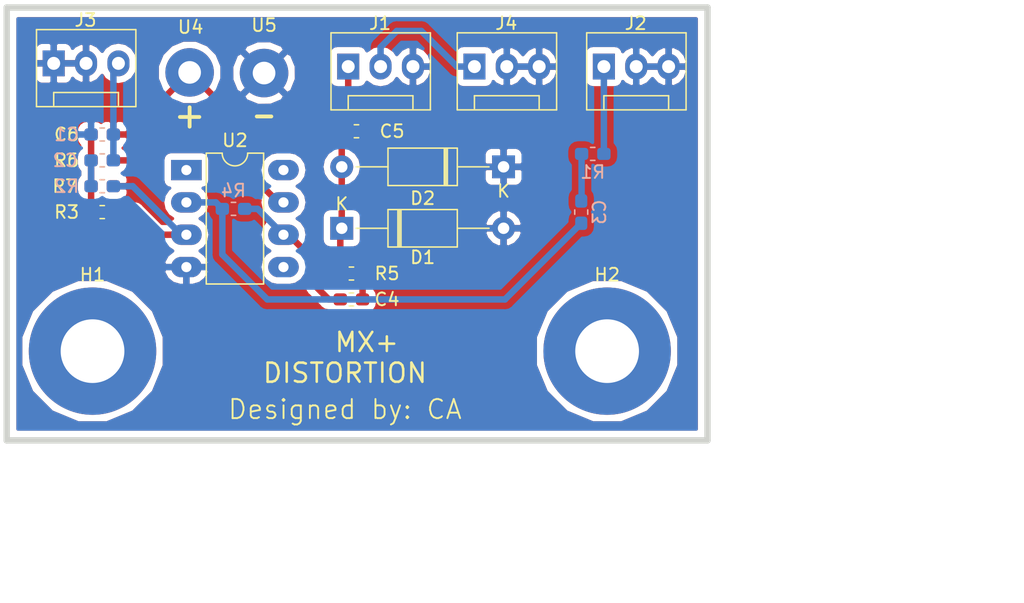
<source format=kicad_pcb>
(kicad_pcb (version 20171130) (host pcbnew 5.0.2-bee76a0~70~ubuntu18.04.1)

  (general
    (thickness 1.6)
    (drawings 10)
    (tracks 51)
    (zones 0)
    (modules 24)
    (nets 17)
  )

  (page A4)
  (layers
    (0 F.Cu signal)
    (31 B.Cu signal)
    (32 B.Adhes user)
    (33 F.Adhes user)
    (34 B.Paste user)
    (35 F.Paste user)
    (36 B.SilkS user)
    (37 F.SilkS user)
    (38 B.Mask user)
    (39 F.Mask user)
    (40 Dwgs.User user)
    (41 Cmts.User user)
    (42 Eco1.User user)
    (43 Eco2.User user)
    (44 Edge.Cuts user)
    (45 Margin user)
    (46 B.CrtYd user)
    (47 F.CrtYd user)
    (48 B.Fab user hide)
    (49 F.Fab user hide)
  )

  (setup
    (last_trace_width 0.508)
    (trace_clearance 0.2)
    (zone_clearance 0.508)
    (zone_45_only no)
    (trace_min 0.2)
    (segment_width 0.2)
    (edge_width 0.5)
    (via_size 0.8)
    (via_drill 0.4)
    (via_min_size 0.4)
    (via_min_drill 0.3)
    (uvia_size 0.3)
    (uvia_drill 0.1)
    (uvias_allowed no)
    (uvia_min_size 0.2)
    (uvia_min_drill 0.1)
    (pcb_text_width 0.3)
    (pcb_text_size 1.5 1.5)
    (mod_edge_width 0.15)
    (mod_text_size 1 1)
    (mod_text_width 0.15)
    (pad_size 1.524 1.524)
    (pad_drill 0.762)
    (pad_to_mask_clearance 0.051)
    (solder_mask_min_width 0.25)
    (aux_axis_origin 0 0)
    (visible_elements FFFFFF7F)
    (pcbplotparams
      (layerselection 0x010fc_ffffffff)
      (usegerberextensions false)
      (usegerberattributes true)
      (usegerberadvancedattributes false)
      (creategerberjobfile false)
      (excludeedgelayer false)
      (linewidth 0.100000)
      (plotframeref false)
      (viasonmask false)
      (mode 1)
      (useauxorigin true)
      (hpglpennumber 1)
      (hpglpenspeed 20)
      (hpglpendiameter 15.000000)
      (psnegative false)
      (psa4output false)
      (plotreference true)
      (plotvalue true)
      (plotinvisibletext false)
      (padsonsilk true)
      (subtractmaskfromsilk false)
      (outputformat 1)
      (mirror false)
      (drillshape 0)
      (scaleselection 1)
      (outputdirectory "plots/"))
  )

  (net 0 "")
  (net 1 GND)
  (net 2 "Net-(C1-Pad1)")
  (net 3 "Net-(C2-Pad1)")
  (net 4 "Net-(C3-Pad2)")
  (net 5 "Net-(C3-Pad1)")
  (net 6 "Net-(C4-Pad1)")
  (net 7 "Net-(C4-Pad2)")
  (net 8 /OUT)
  (net 9 /+4V5)
  (net 10 /CON_OUT)
  (net 11 /DISTORTION)
  (net 12 "Net-(R2-Pad1)")
  (net 13 +9V)
  (net 14 "Net-(U2-Pad1)")
  (net 15 "Net-(U2-Pad5)")
  (net 16 "Net-(U2-Pad8)")

  (net_class Default "This is the default net class."
    (clearance 0.2)
    (trace_width 0.508)
    (via_dia 0.8)
    (via_drill 0.4)
    (uvia_dia 0.3)
    (uvia_drill 0.1)
    (add_net +9V)
    (add_net /+4V5)
    (add_net /CON_OUT)
    (add_net /DISTORTION)
    (add_net /OUT)
    (add_net GND)
    (add_net "Net-(C1-Pad1)")
    (add_net "Net-(C2-Pad1)")
    (add_net "Net-(C3-Pad1)")
    (add_net "Net-(C3-Pad2)")
    (add_net "Net-(C4-Pad1)")
    (add_net "Net-(C4-Pad2)")
    (add_net "Net-(R2-Pad1)")
    (add_net "Net-(U2-Pad1)")
    (add_net "Net-(U2-Pad5)")
    (add_net "Net-(U2-Pad8)")
  )

  (module MountingHole:MountingHole_5mm_Pad (layer F.Cu) (tedit 56D1B4CB) (tstamp 5D3B4A0A)
    (at 87.122 62.992)
    (descr "Mounting Hole 5mm")
    (tags "mounting hole 5mm")
    (path /5D2F2B4C)
    (attr virtual)
    (fp_text reference H2 (at 0 -6) (layer F.SilkS)
      (effects (font (size 1 1) (thickness 0.15)))
    )
    (fp_text value MountingHole (at 0 6) (layer F.Fab)
      (effects (font (size 1 1) (thickness 0.15)))
    )
    (fp_circle (center 0 0) (end 5.25 0) (layer F.CrtYd) (width 0.05))
    (fp_circle (center 0 0) (end 5 0) (layer Cmts.User) (width 0.15))
    (fp_text user %R (at 0.3 0) (layer F.Fab)
      (effects (font (size 1 1) (thickness 0.15)))
    )
    (pad 1 thru_hole circle (at 0 0) (size 10 10) (drill 5) (layers *.Cu *.Mask))
  )

  (module MountingHole:MountingHole_5mm_Pad (layer F.Cu) (tedit 56D1B4CB) (tstamp 5D3B4A02)
    (at 46.736 62.992)
    (descr "Mounting Hole 5mm")
    (tags "mounting hole 5mm")
    (path /5D2F2ACF)
    (attr virtual)
    (fp_text reference H1 (at 0 -6) (layer F.SilkS)
      (effects (font (size 1 1) (thickness 0.15)))
    )
    (fp_text value MountingHole (at 0 6) (layer F.Fab)
      (effects (font (size 1 1) (thickness 0.15)))
    )
    (fp_text user %R (at 0.3 0) (layer F.Fab)
      (effects (font (size 1 1) (thickness 0.15)))
    )
    (fp_circle (center 0 0) (end 5 0) (layer Cmts.User) (width 0.15))
    (fp_circle (center 0 0) (end 5.25 0) (layer F.CrtYd) (width 0.05))
    (pad 1 thru_hole circle (at 0 0) (size 10 10) (drill 5) (layers *.Cu *.Mask))
  )

  (module Capacitor_SMD:C_0603_1608Metric_Pad1.05x0.95mm_HandSolder (layer B.Cu) (tedit 5B301BBE) (tstamp 5D47281D)
    (at 47.498 45.974 180)
    (descr "Capacitor SMD 0603 (1608 Metric), square (rectangular) end terminal, IPC_7351 nominal with elongated pad for handsoldering. (Body size source: http://www.tortai-tech.com/upload/download/2011102023233369053.pdf), generated with kicad-footprint-generator")
    (tags "capacitor handsolder")
    (path /5D2C60D5)
    (attr smd)
    (fp_text reference C1 (at 2.794 0 180) (layer B.SilkS)
      (effects (font (size 1 1) (thickness 0.15)) (justify mirror))
    )
    (fp_text value 1nF (at 0 -1.43 180) (layer B.Fab)
      (effects (font (size 1 1) (thickness 0.15)) (justify mirror))
    )
    (fp_text user %R (at 0 0 180) (layer B.Fab)
      (effects (font (size 0.4 0.4) (thickness 0.06)) (justify mirror))
    )
    (fp_line (start 1.65 -0.73) (end -1.65 -0.73) (layer B.CrtYd) (width 0.05))
    (fp_line (start 1.65 0.73) (end 1.65 -0.73) (layer B.CrtYd) (width 0.05))
    (fp_line (start -1.65 0.73) (end 1.65 0.73) (layer B.CrtYd) (width 0.05))
    (fp_line (start -1.65 -0.73) (end -1.65 0.73) (layer B.CrtYd) (width 0.05))
    (fp_line (start -0.171267 -0.51) (end 0.171267 -0.51) (layer B.SilkS) (width 0.12))
    (fp_line (start -0.171267 0.51) (end 0.171267 0.51) (layer B.SilkS) (width 0.12))
    (fp_line (start 0.8 -0.4) (end -0.8 -0.4) (layer B.Fab) (width 0.1))
    (fp_line (start 0.8 0.4) (end 0.8 -0.4) (layer B.Fab) (width 0.1))
    (fp_line (start -0.8 0.4) (end 0.8 0.4) (layer B.Fab) (width 0.1))
    (fp_line (start -0.8 -0.4) (end -0.8 0.4) (layer B.Fab) (width 0.1))
    (pad 2 smd roundrect (at 0.875 0 180) (size 1.05 0.95) (layers B.Cu B.Paste B.Mask) (roundrect_rratio 0.25)
      (net 1 GND))
    (pad 1 smd roundrect (at -0.875 0 180) (size 1.05 0.95) (layers B.Cu B.Paste B.Mask) (roundrect_rratio 0.25)
      (net 2 "Net-(C1-Pad1)"))
    (model ${KISYS3DMOD}/Capacitor_SMD.3dshapes/C_0603_1608Metric.wrl
      (at (xyz 0 0 0))
      (scale (xyz 1 1 1))
      (rotate (xyz 0 0 0))
    )
  )

  (module Capacitor_SMD:C_0603_1608Metric_Pad1.05x0.95mm_HandSolder (layer B.Cu) (tedit 5B301BBE) (tstamp 5D47282E)
    (at 47.498 48.006)
    (descr "Capacitor SMD 0603 (1608 Metric), square (rectangular) end terminal, IPC_7351 nominal with elongated pad for handsoldering. (Body size source: http://www.tortai-tech.com/upload/download/2011102023233369053.pdf), generated with kicad-footprint-generator")
    (tags "capacitor handsolder")
    (path /5D2C6145)
    (attr smd)
    (fp_text reference C2 (at -2.907 0) (layer B.SilkS)
      (effects (font (size 1 1) (thickness 0.15)) (justify mirror))
    )
    (fp_text value 10nF (at 0 -1.43) (layer B.Fab)
      (effects (font (size 1 1) (thickness 0.15)) (justify mirror))
    )
    (fp_text user %R (at 0 0) (layer B.Fab)
      (effects (font (size 0.4 0.4) (thickness 0.06)) (justify mirror))
    )
    (fp_line (start 1.65 -0.73) (end -1.65 -0.73) (layer B.CrtYd) (width 0.05))
    (fp_line (start 1.65 0.73) (end 1.65 -0.73) (layer B.CrtYd) (width 0.05))
    (fp_line (start -1.65 0.73) (end 1.65 0.73) (layer B.CrtYd) (width 0.05))
    (fp_line (start -1.65 -0.73) (end -1.65 0.73) (layer B.CrtYd) (width 0.05))
    (fp_line (start -0.171267 -0.51) (end 0.171267 -0.51) (layer B.SilkS) (width 0.12))
    (fp_line (start -0.171267 0.51) (end 0.171267 0.51) (layer B.SilkS) (width 0.12))
    (fp_line (start 0.8 -0.4) (end -0.8 -0.4) (layer B.Fab) (width 0.1))
    (fp_line (start 0.8 0.4) (end 0.8 -0.4) (layer B.Fab) (width 0.1))
    (fp_line (start -0.8 0.4) (end 0.8 0.4) (layer B.Fab) (width 0.1))
    (fp_line (start -0.8 -0.4) (end -0.8 0.4) (layer B.Fab) (width 0.1))
    (pad 2 smd roundrect (at 0.875 0) (size 1.05 0.95) (layers B.Cu B.Paste B.Mask) (roundrect_rratio 0.25)
      (net 2 "Net-(C1-Pad1)"))
    (pad 1 smd roundrect (at -0.875 0) (size 1.05 0.95) (layers B.Cu B.Paste B.Mask) (roundrect_rratio 0.25)
      (net 3 "Net-(C2-Pad1)"))
    (model ${KISYS3DMOD}/Capacitor_SMD.3dshapes/C_0603_1608Metric.wrl
      (at (xyz 0 0 0))
      (scale (xyz 1 1 1))
      (rotate (xyz 0 0 0))
    )
  )

  (module Capacitor_SMD:C_0603_1608Metric_Pad1.05x0.95mm_HandSolder (layer B.Cu) (tedit 5B301BBE) (tstamp 5D47283F)
    (at 85.09 52.07 90)
    (descr "Capacitor SMD 0603 (1608 Metric), square (rectangular) end terminal, IPC_7351 nominal with elongated pad for handsoldering. (Body size source: http://www.tortai-tech.com/upload/download/2011102023233369053.pdf), generated with kicad-footprint-generator")
    (tags "capacitor handsolder")
    (path /5D2C8582)
    (attr smd)
    (fp_text reference C3 (at 0 1.43 90) (layer B.SilkS)
      (effects (font (size 1 1) (thickness 0.15)) (justify mirror))
    )
    (fp_text value 47nF (at 0 -1.43 90) (layer B.Fab)
      (effects (font (size 1 1) (thickness 0.15)) (justify mirror))
    )
    (fp_text user %R (at 0 0 90) (layer B.Fab)
      (effects (font (size 0.4 0.4) (thickness 0.06)) (justify mirror))
    )
    (fp_line (start 1.65 -0.73) (end -1.65 -0.73) (layer B.CrtYd) (width 0.05))
    (fp_line (start 1.65 0.73) (end 1.65 -0.73) (layer B.CrtYd) (width 0.05))
    (fp_line (start -1.65 0.73) (end 1.65 0.73) (layer B.CrtYd) (width 0.05))
    (fp_line (start -1.65 -0.73) (end -1.65 0.73) (layer B.CrtYd) (width 0.05))
    (fp_line (start -0.171267 -0.51) (end 0.171267 -0.51) (layer B.SilkS) (width 0.12))
    (fp_line (start -0.171267 0.51) (end 0.171267 0.51) (layer B.SilkS) (width 0.12))
    (fp_line (start 0.8 -0.4) (end -0.8 -0.4) (layer B.Fab) (width 0.1))
    (fp_line (start 0.8 0.4) (end 0.8 -0.4) (layer B.Fab) (width 0.1))
    (fp_line (start -0.8 0.4) (end 0.8 0.4) (layer B.Fab) (width 0.1))
    (fp_line (start -0.8 -0.4) (end -0.8 0.4) (layer B.Fab) (width 0.1))
    (pad 2 smd roundrect (at 0.875 0 90) (size 1.05 0.95) (layers B.Cu B.Paste B.Mask) (roundrect_rratio 0.25)
      (net 4 "Net-(C3-Pad2)"))
    (pad 1 smd roundrect (at -0.875 0 90) (size 1.05 0.95) (layers B.Cu B.Paste B.Mask) (roundrect_rratio 0.25)
      (net 5 "Net-(C3-Pad1)"))
    (model ${KISYS3DMOD}/Capacitor_SMD.3dshapes/C_0603_1608Metric.wrl
      (at (xyz 0 0 0))
      (scale (xyz 1 1 1))
      (rotate (xyz 0 0 0))
    )
  )

  (module Capacitor_SMD:C_0603_1608Metric_Pad1.05x0.95mm_HandSolder (layer F.Cu) (tedit 5B301BBE) (tstamp 5D3B3207)
    (at 67.056 58.928 180)
    (descr "Capacitor SMD 0603 (1608 Metric), square (rectangular) end terminal, IPC_7351 nominal with elongated pad for handsoldering. (Body size source: http://www.tortai-tech.com/upload/download/2011102023233369053.pdf), generated with kicad-footprint-generator")
    (tags "capacitor handsolder")
    (path /5D2C99CE)
    (attr smd)
    (fp_text reference C4 (at -2.794 0 180) (layer F.SilkS)
      (effects (font (size 1 1) (thickness 0.15)))
    )
    (fp_text value 1uF (at 0 1.43 180) (layer F.Fab)
      (effects (font (size 1 1) (thickness 0.15)))
    )
    (fp_text user %R (at 0 0 180) (layer F.Fab)
      (effects (font (size 0.4 0.4) (thickness 0.06)))
    )
    (fp_line (start 1.65 0.73) (end -1.65 0.73) (layer F.CrtYd) (width 0.05))
    (fp_line (start 1.65 -0.73) (end 1.65 0.73) (layer F.CrtYd) (width 0.05))
    (fp_line (start -1.65 -0.73) (end 1.65 -0.73) (layer F.CrtYd) (width 0.05))
    (fp_line (start -1.65 0.73) (end -1.65 -0.73) (layer F.CrtYd) (width 0.05))
    (fp_line (start -0.171267 0.51) (end 0.171267 0.51) (layer F.SilkS) (width 0.12))
    (fp_line (start -0.171267 -0.51) (end 0.171267 -0.51) (layer F.SilkS) (width 0.12))
    (fp_line (start 0.8 0.4) (end -0.8 0.4) (layer F.Fab) (width 0.1))
    (fp_line (start 0.8 -0.4) (end 0.8 0.4) (layer F.Fab) (width 0.1))
    (fp_line (start -0.8 -0.4) (end 0.8 -0.4) (layer F.Fab) (width 0.1))
    (fp_line (start -0.8 0.4) (end -0.8 -0.4) (layer F.Fab) (width 0.1))
    (pad 2 smd roundrect (at 0.875 0 180) (size 1.05 0.95) (layers F.Cu F.Paste F.Mask) (roundrect_rratio 0.25)
      (net 7 "Net-(C4-Pad2)"))
    (pad 1 smd roundrect (at -0.875 0 180) (size 1.05 0.95) (layers F.Cu F.Paste F.Mask) (roundrect_rratio 0.25)
      (net 6 "Net-(C4-Pad1)"))
    (model ${KISYS3DMOD}/Capacitor_SMD.3dshapes/C_0603_1608Metric.wrl
      (at (xyz 0 0 0))
      (scale (xyz 1 1 1))
      (rotate (xyz 0 0 0))
    )
  )

  (module Capacitor_SMD:C_0603_1608Metric_Pad1.05x0.95mm_HandSolder (layer F.Cu) (tedit 5B301BBE) (tstamp 5D472861)
    (at 67.451 45.72)
    (descr "Capacitor SMD 0603 (1608 Metric), square (rectangular) end terminal, IPC_7351 nominal with elongated pad for handsoldering. (Body size source: http://www.tortai-tech.com/upload/download/2011102023233369053.pdf), generated with kicad-footprint-generator")
    (tags "capacitor handsolder")
    (path /5D2C9FA5)
    (attr smd)
    (fp_text reference C5 (at 2.794 0) (layer F.SilkS)
      (effects (font (size 1 1) (thickness 0.15)))
    )
    (fp_text value 1nF (at 0 1.43) (layer F.Fab)
      (effects (font (size 1 1) (thickness 0.15)))
    )
    (fp_text user %R (at 0 0) (layer F.Fab)
      (effects (font (size 0.4 0.4) (thickness 0.06)))
    )
    (fp_line (start 1.65 0.73) (end -1.65 0.73) (layer F.CrtYd) (width 0.05))
    (fp_line (start 1.65 -0.73) (end 1.65 0.73) (layer F.CrtYd) (width 0.05))
    (fp_line (start -1.65 -0.73) (end 1.65 -0.73) (layer F.CrtYd) (width 0.05))
    (fp_line (start -1.65 0.73) (end -1.65 -0.73) (layer F.CrtYd) (width 0.05))
    (fp_line (start -0.171267 0.51) (end 0.171267 0.51) (layer F.SilkS) (width 0.12))
    (fp_line (start -0.171267 -0.51) (end 0.171267 -0.51) (layer F.SilkS) (width 0.12))
    (fp_line (start 0.8 0.4) (end -0.8 0.4) (layer F.Fab) (width 0.1))
    (fp_line (start 0.8 -0.4) (end 0.8 0.4) (layer F.Fab) (width 0.1))
    (fp_line (start -0.8 -0.4) (end 0.8 -0.4) (layer F.Fab) (width 0.1))
    (fp_line (start -0.8 0.4) (end -0.8 -0.4) (layer F.Fab) (width 0.1))
    (pad 2 smd roundrect (at 0.875 0) (size 1.05 0.95) (layers F.Cu F.Paste F.Mask) (roundrect_rratio 0.25)
      (net 1 GND))
    (pad 1 smd roundrect (at -0.875 0) (size 1.05 0.95) (layers F.Cu F.Paste F.Mask) (roundrect_rratio 0.25)
      (net 8 /OUT))
    (model ${KISYS3DMOD}/Capacitor_SMD.3dshapes/C_0603_1608Metric.wrl
      (at (xyz 0 0 0))
      (scale (xyz 1 1 1))
      (rotate (xyz 0 0 0))
    )
  )

  (module Capacitor_SMD:C_0603_1608Metric_Pad1.05x0.95mm_HandSolder (layer F.Cu) (tedit 5B301BBE) (tstamp 5D472872)
    (at 47.498 45.974)
    (descr "Capacitor SMD 0603 (1608 Metric), square (rectangular) end terminal, IPC_7351 nominal with elongated pad for handsoldering. (Body size source: http://www.tortai-tech.com/upload/download/2011102023233369053.pdf), generated with kicad-footprint-generator")
    (tags "capacitor handsolder")
    (path /5D2EAA3A)
    (attr smd)
    (fp_text reference C6 (at -2.794 0) (layer F.SilkS)
      (effects (font (size 1 1) (thickness 0.15)))
    )
    (fp_text value 1uF (at 0 1.43) (layer F.Fab)
      (effects (font (size 1 1) (thickness 0.15)))
    )
    (fp_text user %R (at 0 0) (layer F.Fab)
      (effects (font (size 0.4 0.4) (thickness 0.06)))
    )
    (fp_line (start 1.65 0.73) (end -1.65 0.73) (layer F.CrtYd) (width 0.05))
    (fp_line (start 1.65 -0.73) (end 1.65 0.73) (layer F.CrtYd) (width 0.05))
    (fp_line (start -1.65 -0.73) (end 1.65 -0.73) (layer F.CrtYd) (width 0.05))
    (fp_line (start -1.65 0.73) (end -1.65 -0.73) (layer F.CrtYd) (width 0.05))
    (fp_line (start -0.171267 0.51) (end 0.171267 0.51) (layer F.SilkS) (width 0.12))
    (fp_line (start -0.171267 -0.51) (end 0.171267 -0.51) (layer F.SilkS) (width 0.12))
    (fp_line (start 0.8 0.4) (end -0.8 0.4) (layer F.Fab) (width 0.1))
    (fp_line (start 0.8 -0.4) (end 0.8 0.4) (layer F.Fab) (width 0.1))
    (fp_line (start -0.8 -0.4) (end 0.8 -0.4) (layer F.Fab) (width 0.1))
    (fp_line (start -0.8 0.4) (end -0.8 -0.4) (layer F.Fab) (width 0.1))
    (pad 2 smd roundrect (at 0.875 0) (size 1.05 0.95) (layers F.Cu F.Paste F.Mask) (roundrect_rratio 0.25)
      (net 1 GND))
    (pad 1 smd roundrect (at -0.875 0) (size 1.05 0.95) (layers F.Cu F.Paste F.Mask) (roundrect_rratio 0.25)
      (net 9 /+4V5))
    (model ${KISYS3DMOD}/Capacitor_SMD.3dshapes/C_0603_1608Metric.wrl
      (at (xyz 0 0 0))
      (scale (xyz 1 1 1))
      (rotate (xyz 0 0 0))
    )
  )

  (module Diode_THT:D_A-405_P12.70mm_Horizontal (layer F.Cu) (tedit 5AE50CD5) (tstamp 5D472FFA)
    (at 66.294 53.34)
    (descr "Diode, A-405 series, Axial, Horizontal, pin pitch=12.7mm, , length*diameter=5.2*2.7mm^2, , http://www.diodes.com/_files/packages/A-405.pdf")
    (tags "Diode A-405 series Axial Horizontal pin pitch 12.7mm  length 5.2mm diameter 2.7mm")
    (path /5D2C9DF5)
    (fp_text reference D1 (at 6.35 2.286) (layer F.SilkS)
      (effects (font (size 1 1) (thickness 0.15)))
    )
    (fp_text value 1N34A (at 6.35 2.47) (layer F.Fab)
      (effects (font (size 1 1) (thickness 0.15)))
    )
    (fp_text user K (at 0 -1.9) (layer F.SilkS)
      (effects (font (size 1 1) (thickness 0.15)))
    )
    (fp_text user K (at 0 -1.9) (layer F.Fab)
      (effects (font (size 1 1) (thickness 0.15)))
    )
    (fp_text user %R (at 6.74 0) (layer F.Fab)
      (effects (font (size 1 1) (thickness 0.15)))
    )
    (fp_line (start 13.85 -1.6) (end -1.15 -1.6) (layer F.CrtYd) (width 0.05))
    (fp_line (start 13.85 1.6) (end 13.85 -1.6) (layer F.CrtYd) (width 0.05))
    (fp_line (start -1.15 1.6) (end 13.85 1.6) (layer F.CrtYd) (width 0.05))
    (fp_line (start -1.15 -1.6) (end -1.15 1.6) (layer F.CrtYd) (width 0.05))
    (fp_line (start 4.41 -1.47) (end 4.41 1.47) (layer F.SilkS) (width 0.12))
    (fp_line (start 4.65 -1.47) (end 4.65 1.47) (layer F.SilkS) (width 0.12))
    (fp_line (start 4.53 -1.47) (end 4.53 1.47) (layer F.SilkS) (width 0.12))
    (fp_line (start 11.56 0) (end 9.07 0) (layer F.SilkS) (width 0.12))
    (fp_line (start 1.14 0) (end 3.63 0) (layer F.SilkS) (width 0.12))
    (fp_line (start 9.07 -1.47) (end 3.63 -1.47) (layer F.SilkS) (width 0.12))
    (fp_line (start 9.07 1.47) (end 9.07 -1.47) (layer F.SilkS) (width 0.12))
    (fp_line (start 3.63 1.47) (end 9.07 1.47) (layer F.SilkS) (width 0.12))
    (fp_line (start 3.63 -1.47) (end 3.63 1.47) (layer F.SilkS) (width 0.12))
    (fp_line (start 4.43 -1.35) (end 4.43 1.35) (layer F.Fab) (width 0.1))
    (fp_line (start 4.63 -1.35) (end 4.63 1.35) (layer F.Fab) (width 0.1))
    (fp_line (start 4.53 -1.35) (end 4.53 1.35) (layer F.Fab) (width 0.1))
    (fp_line (start 12.7 0) (end 8.95 0) (layer F.Fab) (width 0.1))
    (fp_line (start 0 0) (end 3.75 0) (layer F.Fab) (width 0.1))
    (fp_line (start 8.95 -1.35) (end 3.75 -1.35) (layer F.Fab) (width 0.1))
    (fp_line (start 8.95 1.35) (end 8.95 -1.35) (layer F.Fab) (width 0.1))
    (fp_line (start 3.75 1.35) (end 8.95 1.35) (layer F.Fab) (width 0.1))
    (fp_line (start 3.75 -1.35) (end 3.75 1.35) (layer F.Fab) (width 0.1))
    (pad 2 thru_hole oval (at 12.7 0) (size 1.8 1.8) (drill 0.9) (layers *.Cu *.Mask)
      (net 1 GND))
    (pad 1 thru_hole rect (at 0 0) (size 1.8 1.8) (drill 0.9) (layers *.Cu *.Mask)
      (net 8 /OUT))
    (model ${KISYS3DMOD}/Diode_THT.3dshapes/D_A-405_P12.70mm_Horizontal.wrl
      (at (xyz 0 0 0))
      (scale (xyz 1 1 1))
      (rotate (xyz 0 0 0))
    )
  )

  (module Diode_THT:D_A-405_P12.70mm_Horizontal (layer F.Cu) (tedit 5AE50CD5) (tstamp 5D472E91)
    (at 78.994 48.514 180)
    (descr "Diode, A-405 series, Axial, Horizontal, pin pitch=12.7mm, , length*diameter=5.2*2.7mm^2, , http://www.diodes.com/_files/packages/A-405.pdf")
    (tags "Diode A-405 series Axial Horizontal pin pitch 12.7mm  length 5.2mm diameter 2.7mm")
    (path /5D2C9EE1)
    (fp_text reference D2 (at 6.35 -2.47 180) (layer F.SilkS)
      (effects (font (size 1 1) (thickness 0.15)))
    )
    (fp_text value 1N34A (at 6.35 2.47 180) (layer F.Fab)
      (effects (font (size 1 1) (thickness 0.15)))
    )
    (fp_text user K (at 0 -1.9 180) (layer F.SilkS)
      (effects (font (size 1 1) (thickness 0.15)))
    )
    (fp_text user K (at 0 -1.9 180) (layer F.Fab)
      (effects (font (size 1 1) (thickness 0.15)))
    )
    (fp_text user %R (at 6.74 0 180) (layer F.Fab)
      (effects (font (size 1 1) (thickness 0.15)))
    )
    (fp_line (start 13.85 -1.6) (end -1.15 -1.6) (layer F.CrtYd) (width 0.05))
    (fp_line (start 13.85 1.6) (end 13.85 -1.6) (layer F.CrtYd) (width 0.05))
    (fp_line (start -1.15 1.6) (end 13.85 1.6) (layer F.CrtYd) (width 0.05))
    (fp_line (start -1.15 -1.6) (end -1.15 1.6) (layer F.CrtYd) (width 0.05))
    (fp_line (start 4.41 -1.47) (end 4.41 1.47) (layer F.SilkS) (width 0.12))
    (fp_line (start 4.65 -1.47) (end 4.65 1.47) (layer F.SilkS) (width 0.12))
    (fp_line (start 4.53 -1.47) (end 4.53 1.47) (layer F.SilkS) (width 0.12))
    (fp_line (start 11.56 0) (end 9.07 0) (layer F.SilkS) (width 0.12))
    (fp_line (start 1.14 0) (end 3.63 0) (layer F.SilkS) (width 0.12))
    (fp_line (start 9.07 -1.47) (end 3.63 -1.47) (layer F.SilkS) (width 0.12))
    (fp_line (start 9.07 1.47) (end 9.07 -1.47) (layer F.SilkS) (width 0.12))
    (fp_line (start 3.63 1.47) (end 9.07 1.47) (layer F.SilkS) (width 0.12))
    (fp_line (start 3.63 -1.47) (end 3.63 1.47) (layer F.SilkS) (width 0.12))
    (fp_line (start 4.43 -1.35) (end 4.43 1.35) (layer F.Fab) (width 0.1))
    (fp_line (start 4.63 -1.35) (end 4.63 1.35) (layer F.Fab) (width 0.1))
    (fp_line (start 4.53 -1.35) (end 4.53 1.35) (layer F.Fab) (width 0.1))
    (fp_line (start 12.7 0) (end 8.95 0) (layer F.Fab) (width 0.1))
    (fp_line (start 0 0) (end 3.75 0) (layer F.Fab) (width 0.1))
    (fp_line (start 8.95 -1.35) (end 3.75 -1.35) (layer F.Fab) (width 0.1))
    (fp_line (start 8.95 1.35) (end 8.95 -1.35) (layer F.Fab) (width 0.1))
    (fp_line (start 3.75 1.35) (end 8.95 1.35) (layer F.Fab) (width 0.1))
    (fp_line (start 3.75 -1.35) (end 3.75 1.35) (layer F.Fab) (width 0.1))
    (pad 2 thru_hole oval (at 12.7 0 180) (size 1.8 1.8) (drill 0.9) (layers *.Cu *.Mask)
      (net 8 /OUT))
    (pad 1 thru_hole rect (at 0 0 180) (size 1.8 1.8) (drill 0.9) (layers *.Cu *.Mask)
      (net 1 GND))
    (model ${KISYS3DMOD}/Diode_THT.3dshapes/D_A-405_P12.70mm_Horizontal.wrl
      (at (xyz 0 0 0))
      (scale (xyz 1 1 1))
      (rotate (xyz 0 0 0))
    )
  )

  (module Connector:FanPinHeader_1x03_P2.54mm_Vertical (layer F.Cu) (tedit 5A19DCDF) (tstamp 5D4728CA)
    (at 66.802 40.64)
    (descr "3-pin CPU fan Through hole pin header, see http://www.formfactors.org/developer%5Cspecs%5Crev1_2_public.pdf")
    (tags "pin header 3-pin CPU fan")
    (path /5D30DE43)
    (fp_text reference J1 (at 2.5 -3.4) (layer F.SilkS)
      (effects (font (size 1 1) (thickness 0.15)))
    )
    (fp_text value Conn_01x03_Female (at 2.55 4.5) (layer F.Fab)
      (effects (font (size 1 1) (thickness 0.15)))
    )
    (fp_line (start 6.85 -3.05) (end 6.85 3.8) (layer F.CrtYd) (width 0.05))
    (fp_line (start 6.85 -3.05) (end -1.75 -3.05) (layer F.CrtYd) (width 0.05))
    (fp_line (start -1.75 3.8) (end 6.85 3.8) (layer F.CrtYd) (width 0.05))
    (fp_line (start -1.75 3.8) (end -1.75 -3.05) (layer F.CrtYd) (width 0.05))
    (fp_line (start 5.08 2.29) (end 5.08 3.3) (layer F.SilkS) (width 0.12))
    (fp_line (start 0 2.29) (end 5.08 2.29) (layer F.SilkS) (width 0.12))
    (fp_line (start 0 3.3) (end 0 2.29) (layer F.SilkS) (width 0.12))
    (fp_line (start 6.35 3.3) (end -1.25 3.3) (layer F.Fab) (width 0.1))
    (fp_line (start 6.35 -2.55) (end 6.35 3.3) (layer F.Fab) (width 0.1))
    (fp_line (start -1.25 -2.55) (end 6.35 -2.55) (layer F.Fab) (width 0.1))
    (fp_line (start -1.25 3.3) (end -1.25 -2.55) (layer F.Fab) (width 0.1))
    (fp_line (start 0 2.3) (end 0 3.3) (layer F.Fab) (width 0.1))
    (fp_line (start 5.05 2.3) (end 0 2.3) (layer F.Fab) (width 0.1))
    (fp_line (start 5.05 3.3) (end 5.05 2.3) (layer F.Fab) (width 0.1))
    (fp_line (start 6.45 3.4) (end -1.35 3.4) (layer F.SilkS) (width 0.12))
    (fp_line (start 6.45 -2.65) (end 6.45 3.4) (layer F.SilkS) (width 0.12))
    (fp_line (start -1.35 -2.65) (end 6.45 -2.65) (layer F.SilkS) (width 0.12))
    (fp_line (start -1.35 3.4) (end -1.35 -2.65) (layer F.SilkS) (width 0.12))
    (fp_text user %R (at 2.45 1.8) (layer F.Fab)
      (effects (font (size 1 1) (thickness 0.15)))
    )
    (pad 3 thru_hole oval (at 5.08 0 90) (size 2.03 1.73) (drill 1.02) (layers *.Cu *.Mask)
      (net 1 GND))
    (pad 2 thru_hole oval (at 2.54 0 90) (size 2.03 1.73) (drill 1.02) (layers *.Cu *.Mask)
      (net 10 /CON_OUT))
    (pad 1 thru_hole rect (at 0 0 90) (size 2.03 1.73) (drill 1.02) (layers *.Cu *.Mask)
      (net 8 /OUT))
    (model ${KISYS3DMOD}/Connector.3dshapes/FanPinHeader_1x03_P2.54mm_Vertical.wrl
      (at (xyz 0 0 0))
      (scale (xyz 1 1 1))
      (rotate (xyz 0 0 0))
    )
  )

  (module Connector:FanPinHeader_1x03_P2.54mm_Vertical (layer F.Cu) (tedit 5A19DCDF) (tstamp 5D4728E4)
    (at 86.868 40.64)
    (descr "3-pin CPU fan Through hole pin header, see http://www.formfactors.org/developer%5Cspecs%5Crev1_2_public.pdf")
    (tags "pin header 3-pin CPU fan")
    (path /5D30E07B)
    (fp_text reference J2 (at 2.5 -3.4) (layer F.SilkS)
      (effects (font (size 1 1) (thickness 0.15)))
    )
    (fp_text value Conn_01x03_Female (at 2.55 4.5) (layer F.Fab)
      (effects (font (size 1 1) (thickness 0.15)))
    )
    (fp_line (start 6.85 -3.05) (end 6.85 3.8) (layer F.CrtYd) (width 0.05))
    (fp_line (start 6.85 -3.05) (end -1.75 -3.05) (layer F.CrtYd) (width 0.05))
    (fp_line (start -1.75 3.8) (end 6.85 3.8) (layer F.CrtYd) (width 0.05))
    (fp_line (start -1.75 3.8) (end -1.75 -3.05) (layer F.CrtYd) (width 0.05))
    (fp_line (start 5.08 2.29) (end 5.08 3.3) (layer F.SilkS) (width 0.12))
    (fp_line (start 0 2.29) (end 5.08 2.29) (layer F.SilkS) (width 0.12))
    (fp_line (start 0 3.3) (end 0 2.29) (layer F.SilkS) (width 0.12))
    (fp_line (start 6.35 3.3) (end -1.25 3.3) (layer F.Fab) (width 0.1))
    (fp_line (start 6.35 -2.55) (end 6.35 3.3) (layer F.Fab) (width 0.1))
    (fp_line (start -1.25 -2.55) (end 6.35 -2.55) (layer F.Fab) (width 0.1))
    (fp_line (start -1.25 3.3) (end -1.25 -2.55) (layer F.Fab) (width 0.1))
    (fp_line (start 0 2.3) (end 0 3.3) (layer F.Fab) (width 0.1))
    (fp_line (start 5.05 2.3) (end 0 2.3) (layer F.Fab) (width 0.1))
    (fp_line (start 5.05 3.3) (end 5.05 2.3) (layer F.Fab) (width 0.1))
    (fp_line (start 6.45 3.4) (end -1.35 3.4) (layer F.SilkS) (width 0.12))
    (fp_line (start 6.45 -2.65) (end 6.45 3.4) (layer F.SilkS) (width 0.12))
    (fp_line (start -1.35 -2.65) (end 6.45 -2.65) (layer F.SilkS) (width 0.12))
    (fp_line (start -1.35 3.4) (end -1.35 -2.65) (layer F.SilkS) (width 0.12))
    (fp_text user %R (at 2.45 1.8) (layer F.Fab)
      (effects (font (size 1 1) (thickness 0.15)))
    )
    (pad 3 thru_hole oval (at 5.08 0 90) (size 2.03 1.73) (drill 1.02) (layers *.Cu *.Mask)
      (net 1 GND))
    (pad 2 thru_hole oval (at 2.54 0 90) (size 2.03 1.73) (drill 1.02) (layers *.Cu *.Mask)
      (net 1 GND))
    (pad 1 thru_hole rect (at 0 0 90) (size 2.03 1.73) (drill 1.02) (layers *.Cu *.Mask)
      (net 11 /DISTORTION))
    (model ${KISYS3DMOD}/Connector.3dshapes/FanPinHeader_1x03_P2.54mm_Vertical.wrl
      (at (xyz 0 0 0))
      (scale (xyz 1 1 1))
      (rotate (xyz 0 0 0))
    )
  )

  (module Connector:FanPinHeader_1x03_P2.54mm_Vertical (layer F.Cu) (tedit 5A19DCDF) (tstamp 5D4728FE)
    (at 43.688 40.386)
    (descr "3-pin CPU fan Through hole pin header, see http://www.formfactors.org/developer%5Cspecs%5Crev1_2_public.pdf")
    (tags "pin header 3-pin CPU fan")
    (path /5D327DCE)
    (fp_text reference J3 (at 2.5 -3.4) (layer F.SilkS)
      (effects (font (size 1 1) (thickness 0.15)))
    )
    (fp_text value Conn_01x03_Female (at 2.55 4.5) (layer F.Fab)
      (effects (font (size 1 1) (thickness 0.15)))
    )
    (fp_line (start 6.85 -3.05) (end 6.85 3.8) (layer F.CrtYd) (width 0.05))
    (fp_line (start 6.85 -3.05) (end -1.75 -3.05) (layer F.CrtYd) (width 0.05))
    (fp_line (start -1.75 3.8) (end 6.85 3.8) (layer F.CrtYd) (width 0.05))
    (fp_line (start -1.75 3.8) (end -1.75 -3.05) (layer F.CrtYd) (width 0.05))
    (fp_line (start 5.08 2.29) (end 5.08 3.3) (layer F.SilkS) (width 0.12))
    (fp_line (start 0 2.29) (end 5.08 2.29) (layer F.SilkS) (width 0.12))
    (fp_line (start 0 3.3) (end 0 2.29) (layer F.SilkS) (width 0.12))
    (fp_line (start 6.35 3.3) (end -1.25 3.3) (layer F.Fab) (width 0.1))
    (fp_line (start 6.35 -2.55) (end 6.35 3.3) (layer F.Fab) (width 0.1))
    (fp_line (start -1.25 -2.55) (end 6.35 -2.55) (layer F.Fab) (width 0.1))
    (fp_line (start -1.25 3.3) (end -1.25 -2.55) (layer F.Fab) (width 0.1))
    (fp_line (start 0 2.3) (end 0 3.3) (layer F.Fab) (width 0.1))
    (fp_line (start 5.05 2.3) (end 0 2.3) (layer F.Fab) (width 0.1))
    (fp_line (start 5.05 3.3) (end 5.05 2.3) (layer F.Fab) (width 0.1))
    (fp_line (start 6.45 3.4) (end -1.35 3.4) (layer F.SilkS) (width 0.12))
    (fp_line (start 6.45 -2.65) (end 6.45 3.4) (layer F.SilkS) (width 0.12))
    (fp_line (start -1.35 -2.65) (end 6.45 -2.65) (layer F.SilkS) (width 0.12))
    (fp_line (start -1.35 3.4) (end -1.35 -2.65) (layer F.SilkS) (width 0.12))
    (fp_text user %R (at 2.45 1.8) (layer F.Fab)
      (effects (font (size 1 1) (thickness 0.15)))
    )
    (pad 3 thru_hole oval (at 5.08 0 90) (size 2.03 1.73) (drill 1.02) (layers *.Cu *.Mask)
      (net 2 "Net-(C1-Pad1)"))
    (pad 2 thru_hole oval (at 2.54 0 90) (size 2.03 1.73) (drill 1.02) (layers *.Cu *.Mask)
      (net 1 GND))
    (pad 1 thru_hole rect (at 0 0 90) (size 2.03 1.73) (drill 1.02) (layers *.Cu *.Mask)
      (net 1 GND))
    (model ${KISYS3DMOD}/Connector.3dshapes/FanPinHeader_1x03_P2.54mm_Vertical.wrl
      (at (xyz 0 0 0))
      (scale (xyz 1 1 1))
      (rotate (xyz 0 0 0))
    )
  )

  (module Connector:FanPinHeader_1x03_P2.54mm_Vertical (layer F.Cu) (tedit 5A19DCDF) (tstamp 5D472918)
    (at 76.708 40.64)
    (descr "3-pin CPU fan Through hole pin header, see http://www.formfactors.org/developer%5Cspecs%5Crev1_2_public.pdf")
    (tags "pin header 3-pin CPU fan")
    (path /5D329429)
    (fp_text reference J4 (at 2.5 -3.4) (layer F.SilkS)
      (effects (font (size 1 1) (thickness 0.15)))
    )
    (fp_text value Conn_01x03_Female (at 2.55 4.5) (layer F.Fab)
      (effects (font (size 1 1) (thickness 0.15)))
    )
    (fp_line (start 6.85 -3.05) (end 6.85 3.8) (layer F.CrtYd) (width 0.05))
    (fp_line (start 6.85 -3.05) (end -1.75 -3.05) (layer F.CrtYd) (width 0.05))
    (fp_line (start -1.75 3.8) (end 6.85 3.8) (layer F.CrtYd) (width 0.05))
    (fp_line (start -1.75 3.8) (end -1.75 -3.05) (layer F.CrtYd) (width 0.05))
    (fp_line (start 5.08 2.29) (end 5.08 3.3) (layer F.SilkS) (width 0.12))
    (fp_line (start 0 2.29) (end 5.08 2.29) (layer F.SilkS) (width 0.12))
    (fp_line (start 0 3.3) (end 0 2.29) (layer F.SilkS) (width 0.12))
    (fp_line (start 6.35 3.3) (end -1.25 3.3) (layer F.Fab) (width 0.1))
    (fp_line (start 6.35 -2.55) (end 6.35 3.3) (layer F.Fab) (width 0.1))
    (fp_line (start -1.25 -2.55) (end 6.35 -2.55) (layer F.Fab) (width 0.1))
    (fp_line (start -1.25 3.3) (end -1.25 -2.55) (layer F.Fab) (width 0.1))
    (fp_line (start 0 2.3) (end 0 3.3) (layer F.Fab) (width 0.1))
    (fp_line (start 5.05 2.3) (end 0 2.3) (layer F.Fab) (width 0.1))
    (fp_line (start 5.05 3.3) (end 5.05 2.3) (layer F.Fab) (width 0.1))
    (fp_line (start 6.45 3.4) (end -1.35 3.4) (layer F.SilkS) (width 0.12))
    (fp_line (start 6.45 -2.65) (end 6.45 3.4) (layer F.SilkS) (width 0.12))
    (fp_line (start -1.35 -2.65) (end 6.45 -2.65) (layer F.SilkS) (width 0.12))
    (fp_line (start -1.35 3.4) (end -1.35 -2.65) (layer F.SilkS) (width 0.12))
    (fp_text user %R (at 2.45 1.8) (layer F.Fab)
      (effects (font (size 1 1) (thickness 0.15)))
    )
    (pad 3 thru_hole oval (at 5.08 0 90) (size 2.03 1.73) (drill 1.02) (layers *.Cu *.Mask)
      (net 1 GND))
    (pad 2 thru_hole oval (at 2.54 0 90) (size 2.03 1.73) (drill 1.02) (layers *.Cu *.Mask)
      (net 1 GND))
    (pad 1 thru_hole rect (at 0 0 90) (size 2.03 1.73) (drill 1.02) (layers *.Cu *.Mask)
      (net 10 /CON_OUT))
    (model ${KISYS3DMOD}/Connector.3dshapes/FanPinHeader_1x03_P2.54mm_Vertical.wrl
      (at (xyz 0 0 0))
      (scale (xyz 1 1 1))
      (rotate (xyz 0 0 0))
    )
  )

  (module Resistor_SMD:R_0603_1608Metric_Pad1.05x0.95mm_HandSolder (layer B.Cu) (tedit 5B301BBD) (tstamp 5D472929)
    (at 85.993 47.498)
    (descr "Resistor SMD 0603 (1608 Metric), square (rectangular) end terminal, IPC_7351 nominal with elongated pad for handsoldering. (Body size source: http://www.tortai-tech.com/upload/download/2011102023233369053.pdf), generated with kicad-footprint-generator")
    (tags "resistor handsolder")
    (path /5D2C8784)
    (attr smd)
    (fp_text reference R1 (at 0 1.43) (layer B.SilkS)
      (effects (font (size 1 1) (thickness 0.15)) (justify mirror))
    )
    (fp_text value 4K7 (at 0 -1.43) (layer B.Fab)
      (effects (font (size 1 1) (thickness 0.15)) (justify mirror))
    )
    (fp_text user %R (at 0 0) (layer B.Fab)
      (effects (font (size 0.4 0.4) (thickness 0.06)) (justify mirror))
    )
    (fp_line (start 1.65 -0.73) (end -1.65 -0.73) (layer B.CrtYd) (width 0.05))
    (fp_line (start 1.65 0.73) (end 1.65 -0.73) (layer B.CrtYd) (width 0.05))
    (fp_line (start -1.65 0.73) (end 1.65 0.73) (layer B.CrtYd) (width 0.05))
    (fp_line (start -1.65 -0.73) (end -1.65 0.73) (layer B.CrtYd) (width 0.05))
    (fp_line (start -0.171267 -0.51) (end 0.171267 -0.51) (layer B.SilkS) (width 0.12))
    (fp_line (start -0.171267 0.51) (end 0.171267 0.51) (layer B.SilkS) (width 0.12))
    (fp_line (start 0.8 -0.4) (end -0.8 -0.4) (layer B.Fab) (width 0.1))
    (fp_line (start 0.8 0.4) (end 0.8 -0.4) (layer B.Fab) (width 0.1))
    (fp_line (start -0.8 0.4) (end 0.8 0.4) (layer B.Fab) (width 0.1))
    (fp_line (start -0.8 -0.4) (end -0.8 0.4) (layer B.Fab) (width 0.1))
    (pad 2 smd roundrect (at 0.875 0) (size 1.05 0.95) (layers B.Cu B.Paste B.Mask) (roundrect_rratio 0.25)
      (net 11 /DISTORTION))
    (pad 1 smd roundrect (at -0.875 0) (size 1.05 0.95) (layers B.Cu B.Paste B.Mask) (roundrect_rratio 0.25)
      (net 4 "Net-(C3-Pad2)"))
    (model ${KISYS3DMOD}/Resistor_SMD.3dshapes/R_0603_1608Metric.wrl
      (at (xyz 0 0 0))
      (scale (xyz 1 1 1))
      (rotate (xyz 0 0 0))
    )
  )

  (module Resistor_SMD:R_0603_1608Metric_Pad1.05x0.95mm_HandSolder (layer B.Cu) (tedit 5B301BBD) (tstamp 5D47293A)
    (at 47.498 50.038 180)
    (descr "Resistor SMD 0603 (1608 Metric), square (rectangular) end terminal, IPC_7351 nominal with elongated pad for handsoldering. (Body size source: http://www.tortai-tech.com/upload/download/2011102023233369053.pdf), generated with kicad-footprint-generator")
    (tags "resistor handsolder")
    (path /5D2C64A3)
    (attr smd)
    (fp_text reference R2 (at 2.794 0 180) (layer B.SilkS)
      (effects (font (size 1 1) (thickness 0.15)) (justify mirror))
    )
    (fp_text value 10K (at 0 -1.43 180) (layer B.Fab)
      (effects (font (size 1 1) (thickness 0.15)) (justify mirror))
    )
    (fp_text user %R (at 0 0 180) (layer B.Fab)
      (effects (font (size 0.4 0.4) (thickness 0.06)) (justify mirror))
    )
    (fp_line (start 1.65 -0.73) (end -1.65 -0.73) (layer B.CrtYd) (width 0.05))
    (fp_line (start 1.65 0.73) (end 1.65 -0.73) (layer B.CrtYd) (width 0.05))
    (fp_line (start -1.65 0.73) (end 1.65 0.73) (layer B.CrtYd) (width 0.05))
    (fp_line (start -1.65 -0.73) (end -1.65 0.73) (layer B.CrtYd) (width 0.05))
    (fp_line (start -0.171267 -0.51) (end 0.171267 -0.51) (layer B.SilkS) (width 0.12))
    (fp_line (start -0.171267 0.51) (end 0.171267 0.51) (layer B.SilkS) (width 0.12))
    (fp_line (start 0.8 -0.4) (end -0.8 -0.4) (layer B.Fab) (width 0.1))
    (fp_line (start 0.8 0.4) (end 0.8 -0.4) (layer B.Fab) (width 0.1))
    (fp_line (start -0.8 0.4) (end 0.8 0.4) (layer B.Fab) (width 0.1))
    (fp_line (start -0.8 -0.4) (end -0.8 0.4) (layer B.Fab) (width 0.1))
    (pad 2 smd roundrect (at 0.875 0 180) (size 1.05 0.95) (layers B.Cu B.Paste B.Mask) (roundrect_rratio 0.25)
      (net 3 "Net-(C2-Pad1)"))
    (pad 1 smd roundrect (at -0.875 0 180) (size 1.05 0.95) (layers B.Cu B.Paste B.Mask) (roundrect_rratio 0.25)
      (net 12 "Net-(R2-Pad1)"))
    (model ${KISYS3DMOD}/Resistor_SMD.3dshapes/R_0603_1608Metric.wrl
      (at (xyz 0 0 0))
      (scale (xyz 1 1 1))
      (rotate (xyz 0 0 0))
    )
  )

  (module Resistor_SMD:R_0603_1608Metric_Pad1.05x0.95mm_HandSolder (layer F.Cu) (tedit 5B301BBD) (tstamp 5D47294B)
    (at 47.498 52.07 180)
    (descr "Resistor SMD 0603 (1608 Metric), square (rectangular) end terminal, IPC_7351 nominal with elongated pad for handsoldering. (Body size source: http://www.tortai-tech.com/upload/download/2011102023233369053.pdf), generated with kicad-footprint-generator")
    (tags "resistor handsolder")
    (path /5D2C651A)
    (attr smd)
    (fp_text reference R3 (at 2.794 0 180) (layer F.SilkS)
      (effects (font (size 1 1) (thickness 0.15)))
    )
    (fp_text value 1M (at 0 1.43 180) (layer F.Fab)
      (effects (font (size 1 1) (thickness 0.15)))
    )
    (fp_text user %R (at 0 0 180) (layer F.Fab)
      (effects (font (size 0.4 0.4) (thickness 0.06)))
    )
    (fp_line (start 1.65 0.73) (end -1.65 0.73) (layer F.CrtYd) (width 0.05))
    (fp_line (start 1.65 -0.73) (end 1.65 0.73) (layer F.CrtYd) (width 0.05))
    (fp_line (start -1.65 -0.73) (end 1.65 -0.73) (layer F.CrtYd) (width 0.05))
    (fp_line (start -1.65 0.73) (end -1.65 -0.73) (layer F.CrtYd) (width 0.05))
    (fp_line (start -0.171267 0.51) (end 0.171267 0.51) (layer F.SilkS) (width 0.12))
    (fp_line (start -0.171267 -0.51) (end 0.171267 -0.51) (layer F.SilkS) (width 0.12))
    (fp_line (start 0.8 0.4) (end -0.8 0.4) (layer F.Fab) (width 0.1))
    (fp_line (start 0.8 -0.4) (end 0.8 0.4) (layer F.Fab) (width 0.1))
    (fp_line (start -0.8 -0.4) (end 0.8 -0.4) (layer F.Fab) (width 0.1))
    (fp_line (start -0.8 0.4) (end -0.8 -0.4) (layer F.Fab) (width 0.1))
    (pad 2 smd roundrect (at 0.875 0 180) (size 1.05 0.95) (layers F.Cu F.Paste F.Mask) (roundrect_rratio 0.25)
      (net 9 /+4V5))
    (pad 1 smd roundrect (at -0.875 0 180) (size 1.05 0.95) (layers F.Cu F.Paste F.Mask) (roundrect_rratio 0.25)
      (net 12 "Net-(R2-Pad1)"))
    (model ${KISYS3DMOD}/Resistor_SMD.3dshapes/R_0603_1608Metric.wrl
      (at (xyz 0 0 0))
      (scale (xyz 1 1 1))
      (rotate (xyz 0 0 0))
    )
  )

  (module Resistor_SMD:R_0603_1608Metric_Pad1.05x0.95mm_HandSolder (layer B.Cu) (tedit 5B301BBD) (tstamp 5D3B36C4)
    (at 57.799 51.816 180)
    (descr "Resistor SMD 0603 (1608 Metric), square (rectangular) end terminal, IPC_7351 nominal with elongated pad for handsoldering. (Body size source: http://www.tortai-tech.com/upload/download/2011102023233369053.pdf), generated with kicad-footprint-generator")
    (tags "resistor handsolder")
    (path /5D2C8138)
    (attr smd)
    (fp_text reference R4 (at 0 1.43 180) (layer B.SilkS)
      (effects (font (size 1 1) (thickness 0.15)) (justify mirror))
    )
    (fp_text value 1M (at 0 -1.43 180) (layer B.Fab)
      (effects (font (size 1 1) (thickness 0.15)) (justify mirror))
    )
    (fp_text user %R (at 0 0 180) (layer B.Fab)
      (effects (font (size 0.4 0.4) (thickness 0.06)) (justify mirror))
    )
    (fp_line (start 1.65 -0.73) (end -1.65 -0.73) (layer B.CrtYd) (width 0.05))
    (fp_line (start 1.65 0.73) (end 1.65 -0.73) (layer B.CrtYd) (width 0.05))
    (fp_line (start -1.65 0.73) (end 1.65 0.73) (layer B.CrtYd) (width 0.05))
    (fp_line (start -1.65 -0.73) (end -1.65 0.73) (layer B.CrtYd) (width 0.05))
    (fp_line (start -0.171267 -0.51) (end 0.171267 -0.51) (layer B.SilkS) (width 0.12))
    (fp_line (start -0.171267 0.51) (end 0.171267 0.51) (layer B.SilkS) (width 0.12))
    (fp_line (start 0.8 -0.4) (end -0.8 -0.4) (layer B.Fab) (width 0.1))
    (fp_line (start 0.8 0.4) (end 0.8 -0.4) (layer B.Fab) (width 0.1))
    (fp_line (start -0.8 0.4) (end 0.8 0.4) (layer B.Fab) (width 0.1))
    (fp_line (start -0.8 -0.4) (end -0.8 0.4) (layer B.Fab) (width 0.1))
    (pad 2 smd roundrect (at 0.875 0 180) (size 1.05 0.95) (layers B.Cu B.Paste B.Mask) (roundrect_rratio 0.25)
      (net 5 "Net-(C3-Pad1)"))
    (pad 1 smd roundrect (at -0.875 0 180) (size 1.05 0.95) (layers B.Cu B.Paste B.Mask) (roundrect_rratio 0.25)
      (net 7 "Net-(C4-Pad2)"))
    (model ${KISYS3DMOD}/Resistor_SMD.3dshapes/R_0603_1608Metric.wrl
      (at (xyz 0 0 0))
      (scale (xyz 1 1 1))
      (rotate (xyz 0 0 0))
    )
  )

  (module Resistor_SMD:R_0603_1608Metric_Pad1.05x0.95mm_HandSolder (layer F.Cu) (tedit 5B301BBD) (tstamp 5D3B3269)
    (at 67.056 56.896)
    (descr "Resistor SMD 0603 (1608 Metric), square (rectangular) end terminal, IPC_7351 nominal with elongated pad for handsoldering. (Body size source: http://www.tortai-tech.com/upload/download/2011102023233369053.pdf), generated with kicad-footprint-generator")
    (tags "resistor handsolder")
    (path /5D2C9AE8)
    (attr smd)
    (fp_text reference R5 (at 2.794 0) (layer F.SilkS)
      (effects (font (size 1 1) (thickness 0.15)))
    )
    (fp_text value 10K (at 0 1.43) (layer F.Fab)
      (effects (font (size 1 1) (thickness 0.15)))
    )
    (fp_text user %R (at 0 0) (layer F.Fab)
      (effects (font (size 0.4 0.4) (thickness 0.06)))
    )
    (fp_line (start 1.65 0.73) (end -1.65 0.73) (layer F.CrtYd) (width 0.05))
    (fp_line (start 1.65 -0.73) (end 1.65 0.73) (layer F.CrtYd) (width 0.05))
    (fp_line (start -1.65 -0.73) (end 1.65 -0.73) (layer F.CrtYd) (width 0.05))
    (fp_line (start -1.65 0.73) (end -1.65 -0.73) (layer F.CrtYd) (width 0.05))
    (fp_line (start -0.171267 0.51) (end 0.171267 0.51) (layer F.SilkS) (width 0.12))
    (fp_line (start -0.171267 -0.51) (end 0.171267 -0.51) (layer F.SilkS) (width 0.12))
    (fp_line (start 0.8 0.4) (end -0.8 0.4) (layer F.Fab) (width 0.1))
    (fp_line (start 0.8 -0.4) (end 0.8 0.4) (layer F.Fab) (width 0.1))
    (fp_line (start -0.8 -0.4) (end 0.8 -0.4) (layer F.Fab) (width 0.1))
    (fp_line (start -0.8 0.4) (end -0.8 -0.4) (layer F.Fab) (width 0.1))
    (pad 2 smd roundrect (at 0.875 0) (size 1.05 0.95) (layers F.Cu F.Paste F.Mask) (roundrect_rratio 0.25)
      (net 6 "Net-(C4-Pad1)"))
    (pad 1 smd roundrect (at -0.875 0) (size 1.05 0.95) (layers F.Cu F.Paste F.Mask) (roundrect_rratio 0.25)
      (net 8 /OUT))
    (model ${KISYS3DMOD}/Resistor_SMD.3dshapes/R_0603_1608Metric.wrl
      (at (xyz 0 0 0))
      (scale (xyz 1 1 1))
      (rotate (xyz 0 0 0))
    )
  )

  (module Resistor_SMD:R_0603_1608Metric_Pad1.05x0.95mm_HandSolder (layer F.Cu) (tedit 5B301BBD) (tstamp 5D47297E)
    (at 47.498 48.006 180)
    (descr "Resistor SMD 0603 (1608 Metric), square (rectangular) end terminal, IPC_7351 nominal with elongated pad for handsoldering. (Body size source: http://www.tortai-tech.com/upload/download/2011102023233369053.pdf), generated with kicad-footprint-generator")
    (tags "resistor handsolder")
    (path /5D2EA7CC)
    (attr smd)
    (fp_text reference R6 (at 2.794 0 180) (layer F.SilkS)
      (effects (font (size 1 1) (thickness 0.15)))
    )
    (fp_text value 1M (at 0 1.43 180) (layer F.Fab)
      (effects (font (size 1 1) (thickness 0.15)))
    )
    (fp_text user %R (at 0 0 180) (layer F.Fab)
      (effects (font (size 0.4 0.4) (thickness 0.06)))
    )
    (fp_line (start 1.65 0.73) (end -1.65 0.73) (layer F.CrtYd) (width 0.05))
    (fp_line (start 1.65 -0.73) (end 1.65 0.73) (layer F.CrtYd) (width 0.05))
    (fp_line (start -1.65 -0.73) (end 1.65 -0.73) (layer F.CrtYd) (width 0.05))
    (fp_line (start -1.65 0.73) (end -1.65 -0.73) (layer F.CrtYd) (width 0.05))
    (fp_line (start -0.171267 0.51) (end 0.171267 0.51) (layer F.SilkS) (width 0.12))
    (fp_line (start -0.171267 -0.51) (end 0.171267 -0.51) (layer F.SilkS) (width 0.12))
    (fp_line (start 0.8 0.4) (end -0.8 0.4) (layer F.Fab) (width 0.1))
    (fp_line (start 0.8 -0.4) (end 0.8 0.4) (layer F.Fab) (width 0.1))
    (fp_line (start -0.8 -0.4) (end 0.8 -0.4) (layer F.Fab) (width 0.1))
    (fp_line (start -0.8 0.4) (end -0.8 -0.4) (layer F.Fab) (width 0.1))
    (pad 2 smd roundrect (at 0.875 0 180) (size 1.05 0.95) (layers F.Cu F.Paste F.Mask) (roundrect_rratio 0.25)
      (net 9 /+4V5))
    (pad 1 smd roundrect (at -0.875 0 180) (size 1.05 0.95) (layers F.Cu F.Paste F.Mask) (roundrect_rratio 0.25)
      (net 13 +9V))
    (model ${KISYS3DMOD}/Resistor_SMD.3dshapes/R_0603_1608Metric.wrl
      (at (xyz 0 0 0))
      (scale (xyz 1 1 1))
      (rotate (xyz 0 0 0))
    )
  )

  (module Resistor_SMD:R_0603_1608Metric_Pad1.05x0.95mm_HandSolder (layer F.Cu) (tedit 5B301BBD) (tstamp 5D47298F)
    (at 47.498 50.038)
    (descr "Resistor SMD 0603 (1608 Metric), square (rectangular) end terminal, IPC_7351 nominal with elongated pad for handsoldering. (Body size source: http://www.tortai-tech.com/upload/download/2011102023233369053.pdf), generated with kicad-footprint-generator")
    (tags "resistor handsolder")
    (path /5D2EA8EC)
    (attr smd)
    (fp_text reference R7 (at -2.935 0) (layer F.SilkS)
      (effects (font (size 1 1) (thickness 0.15)))
    )
    (fp_text value 1M (at 0 1.43) (layer F.Fab)
      (effects (font (size 1 1) (thickness 0.15)))
    )
    (fp_text user %R (at 0 0) (layer F.Fab)
      (effects (font (size 0.4 0.4) (thickness 0.06)))
    )
    (fp_line (start 1.65 0.73) (end -1.65 0.73) (layer F.CrtYd) (width 0.05))
    (fp_line (start 1.65 -0.73) (end 1.65 0.73) (layer F.CrtYd) (width 0.05))
    (fp_line (start -1.65 -0.73) (end 1.65 -0.73) (layer F.CrtYd) (width 0.05))
    (fp_line (start -1.65 0.73) (end -1.65 -0.73) (layer F.CrtYd) (width 0.05))
    (fp_line (start -0.171267 0.51) (end 0.171267 0.51) (layer F.SilkS) (width 0.12))
    (fp_line (start -0.171267 -0.51) (end 0.171267 -0.51) (layer F.SilkS) (width 0.12))
    (fp_line (start 0.8 0.4) (end -0.8 0.4) (layer F.Fab) (width 0.1))
    (fp_line (start 0.8 -0.4) (end 0.8 0.4) (layer F.Fab) (width 0.1))
    (fp_line (start -0.8 -0.4) (end 0.8 -0.4) (layer F.Fab) (width 0.1))
    (fp_line (start -0.8 0.4) (end -0.8 -0.4) (layer F.Fab) (width 0.1))
    (pad 2 smd roundrect (at 0.875 0) (size 1.05 0.95) (layers F.Cu F.Paste F.Mask) (roundrect_rratio 0.25)
      (net 1 GND))
    (pad 1 smd roundrect (at -0.875 0) (size 1.05 0.95) (layers F.Cu F.Paste F.Mask) (roundrect_rratio 0.25)
      (net 9 /+4V5))
    (model ${KISYS3DMOD}/Resistor_SMD.3dshapes/R_0603_1608Metric.wrl
      (at (xyz 0 0 0))
      (scale (xyz 1 1 1))
      (rotate (xyz 0 0 0))
    )
  )

  (module Package_DIP:DIP-8_W7.62mm_LongPads (layer F.Cu) (tedit 5A02E8C5) (tstamp 5D472E1E)
    (at 54.102 48.768)
    (descr "8-lead though-hole mounted DIP package, row spacing 7.62 mm (300 mils), LongPads")
    (tags "THT DIP DIL PDIP 2.54mm 7.62mm 300mil LongPads")
    (path /5D2C6655)
    (fp_text reference U2 (at 3.81 -2.33) (layer F.SilkS)
      (effects (font (size 1 1) (thickness 0.15)))
    )
    (fp_text value LM741 (at 3.81 9.95) (layer F.Fab)
      (effects (font (size 1 1) (thickness 0.15)))
    )
    (fp_text user %R (at 3.81 3.81) (layer F.Fab)
      (effects (font (size 1 1) (thickness 0.15)))
    )
    (fp_line (start 9.1 -1.55) (end -1.45 -1.55) (layer F.CrtYd) (width 0.05))
    (fp_line (start 9.1 9.15) (end 9.1 -1.55) (layer F.CrtYd) (width 0.05))
    (fp_line (start -1.45 9.15) (end 9.1 9.15) (layer F.CrtYd) (width 0.05))
    (fp_line (start -1.45 -1.55) (end -1.45 9.15) (layer F.CrtYd) (width 0.05))
    (fp_line (start 6.06 -1.33) (end 4.81 -1.33) (layer F.SilkS) (width 0.12))
    (fp_line (start 6.06 8.95) (end 6.06 -1.33) (layer F.SilkS) (width 0.12))
    (fp_line (start 1.56 8.95) (end 6.06 8.95) (layer F.SilkS) (width 0.12))
    (fp_line (start 1.56 -1.33) (end 1.56 8.95) (layer F.SilkS) (width 0.12))
    (fp_line (start 2.81 -1.33) (end 1.56 -1.33) (layer F.SilkS) (width 0.12))
    (fp_line (start 0.635 -0.27) (end 1.635 -1.27) (layer F.Fab) (width 0.1))
    (fp_line (start 0.635 8.89) (end 0.635 -0.27) (layer F.Fab) (width 0.1))
    (fp_line (start 6.985 8.89) (end 0.635 8.89) (layer F.Fab) (width 0.1))
    (fp_line (start 6.985 -1.27) (end 6.985 8.89) (layer F.Fab) (width 0.1))
    (fp_line (start 1.635 -1.27) (end 6.985 -1.27) (layer F.Fab) (width 0.1))
    (fp_arc (start 3.81 -1.33) (end 2.81 -1.33) (angle -180) (layer F.SilkS) (width 0.12))
    (pad 8 thru_hole oval (at 7.62 0) (size 2.4 1.6) (drill 0.8) (layers *.Cu *.Mask)
      (net 16 "Net-(U2-Pad8)"))
    (pad 4 thru_hole oval (at 0 7.62) (size 2.4 1.6) (drill 0.8) (layers *.Cu *.Mask)
      (net 1 GND))
    (pad 7 thru_hole oval (at 7.62 2.54) (size 2.4 1.6) (drill 0.8) (layers *.Cu *.Mask)
      (net 13 +9V))
    (pad 3 thru_hole oval (at 0 5.08) (size 2.4 1.6) (drill 0.8) (layers *.Cu *.Mask)
      (net 12 "Net-(R2-Pad1)"))
    (pad 6 thru_hole oval (at 7.62 5.08) (size 2.4 1.6) (drill 0.8) (layers *.Cu *.Mask)
      (net 7 "Net-(C4-Pad2)"))
    (pad 2 thru_hole oval (at 0 2.54) (size 2.4 1.6) (drill 0.8) (layers *.Cu *.Mask)
      (net 5 "Net-(C3-Pad1)"))
    (pad 5 thru_hole oval (at 7.62 7.62) (size 2.4 1.6) (drill 0.8) (layers *.Cu *.Mask)
      (net 15 "Net-(U2-Pad5)"))
    (pad 1 thru_hole rect (at 0 0) (size 2.4 1.6) (drill 0.8) (layers *.Cu *.Mask)
      (net 14 "Net-(U2-Pad1)"))
    (model ${KISYS3DMOD}/Package_DIP.3dshapes/DIP-8_W7.62mm.wrl
      (at (xyz 0 0 0))
      (scale (xyz 1 1 1))
      (rotate (xyz 0 0 0))
    )
  )

  (module Connectors:593 (layer F.Cu) (tedit 5D2E94C9) (tstamp 5D4733A1)
    (at 54.356 38.1 180)
    (path /5D307458)
    (fp_text reference U4 (at -0.0762 0.5588 180) (layer F.SilkS)
      (effects (font (size 1 1) (thickness 0.15)))
    )
    (fp_text value 593 (at -0.0254 2.1082 180) (layer F.Fab)
      (effects (font (size 1 1) (thickness 0.15)))
    )
    (pad 1 thru_hole circle (at 0 -2.9972 180) (size 3.81 3.81) (drill 1.778) (layers *.Cu *.Mask)
      (net 13 +9V))
  )

  (module Connectors:593 (layer F.Cu) (tedit 5D2E94C9) (tstamp 5D4729B9)
    (at 60.198 38.1508 180)
    (path /5D307927)
    (fp_text reference U5 (at 0 0.762 180) (layer F.SilkS)
      (effects (font (size 1 1) (thickness 0.15)))
    )
    (fp_text value 593 (at -0.0254 2.1082 180) (layer F.Fab)
      (effects (font (size 1 1) (thickness 0.15)))
    )
    (pad 1 thru_hole circle (at 0 -2.9972 180) (size 3.81 3.81) (drill 1.778) (layers *.Cu *.Mask)
      (net 1 GND))
  )

  (dimension 34.798 (width 0.3) (layer Dwgs.User)
    (gr_text "34.798 mm" (at 117.924 52.959 90) (layer Dwgs.User)
      (effects (font (size 1.5 1.5) (thickness 0.3)))
    )
    (feature1 (pts (xy 95.504 35.56) (xy 116.410421 35.56)))
    (feature2 (pts (xy 95.504 70.358) (xy 116.410421 70.358)))
    (crossbar (pts (xy 115.824 70.358) (xy 115.824 35.56)))
    (arrow1a (pts (xy 115.824 35.56) (xy 116.410421 36.686504)))
    (arrow1b (pts (xy 115.824 35.56) (xy 115.237579 36.686504)))
    (arrow2a (pts (xy 115.824 70.358) (xy 116.410421 69.231496)))
    (arrow2b (pts (xy 115.824 70.358) (xy 115.237579 69.231496)))
  )
  (dimension 55.88 (width 0.3) (layer Dwgs.User)
    (gr_text "55.880 mm" (at 67.564 84.141999) (layer Dwgs.User)
      (effects (font (size 1.5 1.5) (thickness 0.3)))
    )
    (feature1 (pts (xy 95.504 70.612) (xy 95.504 82.62842)))
    (feature2 (pts (xy 39.624 70.612) (xy 39.624 82.62842)))
    (crossbar (pts (xy 39.624 82.041999) (xy 95.504 82.041999)))
    (arrow1a (pts (xy 95.504 82.041999) (xy 94.377496 82.62842)))
    (arrow1b (pts (xy 95.504 82.041999) (xy 94.377496 81.455578)))
    (arrow2a (pts (xy 39.624 82.041999) (xy 40.750504 82.62842)))
    (arrow2b (pts (xy 39.624 82.041999) (xy 40.750504 81.455578)))
  )
  (gr_text "Designed by: CA" (at 66.548 67.564) (layer F.SilkS)
    (effects (font (size 1.5 1.5) (thickness 0.15)))
  )
  (gr_text "   MX+\nDISTORTION" (at 66.548 63.5) (layer F.SilkS) (tstamp 5D3B3DE9)
    (effects (font (size 1.5 1.5) (thickness 0.2)))
  )
  (gr_text - (at 60.198 44.45) (layer F.SilkS)
    (effects (font (size 1.5 1.5) (thickness 0.3)))
  )
  (gr_text + (at 54.356 44.45) (layer F.SilkS)
    (effects (font (size 2 2) (thickness 0.3)))
  )
  (gr_line (start 40 70) (end 95 70) (layer Edge.Cuts) (width 0.5))
  (gr_line (start 95 36) (end 95 70) (layer Edge.Cuts) (width 0.5))
  (gr_line (start 40 36) (end 40 70) (layer Edge.Cuts) (width 0.5))
  (gr_line (start 40 36) (end 95 36) (layer Edge.Cuts) (width 0.5))

  (segment (start 48.373 40.781) (end 48.768 40.386) (width 0.508) (layer B.Cu) (net 2))
  (segment (start 48.373 45.974) (end 48.373 40.781) (width 0.508) (layer B.Cu) (net 2))
  (segment (start 48.373 45.974) (end 48.373 48.006) (width 0.508) (layer B.Cu) (net 2))
  (segment (start 46.623 48.006) (end 46.623 50.038) (width 0.508) (layer B.Cu) (net 3))
  (segment (start 85.118 51.167) (end 85.09 51.195) (width 0.508) (layer B.Cu) (net 4))
  (segment (start 85.118 47.498) (end 85.118 51.167) (width 0.508) (layer B.Cu) (net 4))
  (segment (start 56.416 51.308) (end 56.924 51.816) (width 0.508) (layer B.Cu) (net 5))
  (segment (start 54.102 51.308) (end 56.416 51.308) (width 0.508) (layer B.Cu) (net 5))
  (segment (start 60.452 58.928) (end 56.924 55.4) (width 0.508) (layer B.Cu) (net 5))
  (segment (start 56.924 52.391) (end 56.924 51.816) (width 0.508) (layer B.Cu) (net 5))
  (segment (start 56.924 55.4) (end 56.924 52.391) (width 0.508) (layer B.Cu) (net 5))
  (segment (start 85.09 52.945) (end 79.107 58.928) (width 0.508) (layer B.Cu) (net 5))
  (segment (start 79.107 58.928) (end 60.452 58.928) (width 0.508) (layer B.Cu) (net 5))
  (segment (start 67.931 56.896) (end 67.931 58.928) (width 0.508) (layer F.Cu) (net 6))
  (segment (start 59.69 51.816) (end 61.722 53.848) (width 0.508) (layer B.Cu) (net 7))
  (segment (start 58.674 51.816) (end 59.69 51.816) (width 0.508) (layer B.Cu) (net 7))
  (segment (start 65.278 58.928) (end 66.181 58.928) (width 0.508) (layer F.Cu) (net 7))
  (segment (start 64.262 57.912) (end 65.278 58.928) (width 0.508) (layer F.Cu) (net 7))
  (segment (start 64.262 55.988) (end 64.262 57.912) (width 0.508) (layer F.Cu) (net 7))
  (segment (start 61.722 53.848) (end 62.122 53.848) (width 0.508) (layer F.Cu) (net 7))
  (segment (start 62.122 53.848) (end 64.262 55.988) (width 0.508) (layer F.Cu) (net 7))
  (segment (start 66.181 53.453) (end 66.294 53.34) (width 0.508) (layer F.Cu) (net 8))
  (segment (start 66.181 56.896) (end 66.181 53.453) (width 0.508) (layer F.Cu) (net 8))
  (segment (start 66.294 53.34) (end 66.294 48.514) (width 0.508) (layer F.Cu) (net 8))
  (segment (start 66.294 46.002) (end 66.576 45.72) (width 0.508) (layer F.Cu) (net 8))
  (segment (start 66.294 48.514) (end 66.294 46.002) (width 0.508) (layer F.Cu) (net 8))
  (segment (start 66.802 45.494) (end 66.576 45.72) (width 0.508) (layer F.Cu) (net 8))
  (segment (start 66.802 40.64) (end 66.802 45.494) (width 0.508) (layer F.Cu) (net 8))
  (segment (start 46.623 45.974) (end 46.623 48.006) (width 0.508) (layer F.Cu) (net 9))
  (segment (start 46.623 50.038) (end 46.623 48.006) (width 0.508) (layer F.Cu) (net 9))
  (segment (start 46.623 50.038) (end 46.623 52.07) (width 0.508) (layer F.Cu) (net 9))
  (segment (start 69.342 39.117) (end 70.613 37.846) (width 0.508) (layer B.Cu) (net 10))
  (segment (start 69.342 40.64) (end 69.342 39.117) (width 0.508) (layer B.Cu) (net 10))
  (segment (start 75.335 40.64) (end 76.708 40.64) (width 0.508) (layer B.Cu) (net 10))
  (segment (start 72.541 37.846) (end 75.335 40.64) (width 0.508) (layer B.Cu) (net 10))
  (segment (start 70.613 37.846) (end 72.541 37.846) (width 0.508) (layer B.Cu) (net 10))
  (segment (start 86.868 40.64) (end 86.868 47.498) (width 0.508) (layer B.Cu) (net 11))
  (segment (start 48.373 52.07) (end 50.038 52.07) (width 0.508) (layer F.Cu) (net 12))
  (segment (start 51.816 53.848) (end 54.102 53.848) (width 0.508) (layer F.Cu) (net 12))
  (segment (start 50.038 52.07) (end 51.816 53.848) (width 0.508) (layer F.Cu) (net 12))
  (segment (start 53.702 53.848) (end 54.102 53.848) (width 0.508) (layer B.Cu) (net 12))
  (segment (start 49.892 50.038) (end 53.702 53.848) (width 0.508) (layer B.Cu) (net 12))
  (segment (start 48.373 50.038) (end 49.892 50.038) (width 0.508) (layer B.Cu) (net 12))
  (segment (start 61.322 51.308) (end 61.722 51.308) (width 0.508) (layer F.Cu) (net 13))
  (segment (start 56.260999 46.246999) (end 61.322 51.308) (width 0.508) (layer F.Cu) (net 13))
  (segment (start 56.260999 43.002199) (end 56.260999 46.246999) (width 0.508) (layer F.Cu) (net 13))
  (segment (start 54.356 41.0972) (end 56.260999 43.002199) (width 0.508) (layer F.Cu) (net 13))
  (segment (start 52.451001 43.002199) (end 52.451001 45.592999) (width 0.508) (layer F.Cu) (net 13))
  (segment (start 54.356 41.0972) (end 52.451001 43.002199) (width 0.508) (layer F.Cu) (net 13))
  (segment (start 50.038 48.006) (end 48.373 48.006) (width 0.508) (layer F.Cu) (net 13))
  (segment (start 52.451001 45.592999) (end 50.038 48.006) (width 0.508) (layer F.Cu) (net 13))

  (zone (net 1) (net_name GND) (layer F.Cu) (tstamp 5D34BB56) (hatch edge 0.508)
    (connect_pads (clearance 0.508))
    (min_thickness 0.254)
    (fill yes (arc_segments 16) (thermal_gap 0.508) (thermal_bridge_width 0.508))
    (polygon
      (pts
        (xy 40.132 36.068) (xy 94.996 36.068) (xy 94.996 69.85) (xy 40.132 69.85)
      )
    )
    (filled_polygon
      (pts
        (xy 94.115001 69.115) (xy 40.885 69.115) (xy 40.885 61.871129) (xy 41.101 61.871129) (xy 41.101 64.112871)
        (xy 41.958878 66.183971) (xy 43.544029 67.769122) (xy 45.615129 68.627) (xy 47.856871 68.627) (xy 49.927971 67.769122)
        (xy 51.513122 66.183971) (xy 52.371 64.112871) (xy 52.371 61.871129) (xy 81.487 61.871129) (xy 81.487 64.112871)
        (xy 82.344878 66.183971) (xy 83.930029 67.769122) (xy 86.001129 68.627) (xy 88.242871 68.627) (xy 90.313971 67.769122)
        (xy 91.899122 66.183971) (xy 92.757 64.112871) (xy 92.757 61.871129) (xy 91.899122 59.800029) (xy 90.313971 58.214878)
        (xy 88.242871 57.357) (xy 86.001129 57.357) (xy 83.930029 58.214878) (xy 82.344878 59.800029) (xy 81.487 61.871129)
        (xy 52.371 61.871129) (xy 51.513122 59.800029) (xy 49.927971 58.214878) (xy 47.856871 57.357) (xy 45.615129 57.357)
        (xy 43.544029 58.214878) (xy 41.958878 59.800029) (xy 41.101 61.871129) (xy 40.885 61.871129) (xy 40.885 56.737039)
        (xy 52.310096 56.737039) (xy 52.327633 56.819819) (xy 52.5975 57.312896) (xy 53.035517 57.665166) (xy 53.575 57.823)
        (xy 53.975 57.823) (xy 53.975 56.515) (xy 54.229 56.515) (xy 54.229 57.823) (xy 54.629 57.823)
        (xy 55.168483 57.665166) (xy 55.6065 57.312896) (xy 55.876367 56.819819) (xy 55.893904 56.737039) (xy 55.771915 56.515)
        (xy 54.229 56.515) (xy 53.975 56.515) (xy 52.432085 56.515) (xy 52.310096 56.737039) (xy 40.885 56.737039)
        (xy 40.885 45.7365) (xy 45.45056 45.7365) (xy 45.45056 46.2115) (xy 45.517922 46.550152) (xy 45.709753 46.837247)
        (xy 45.734 46.853449) (xy 45.734001 47.126551) (xy 45.709753 47.142753) (xy 45.517922 47.429848) (xy 45.45056 47.7685)
        (xy 45.45056 48.2435) (xy 45.517922 48.582152) (xy 45.709753 48.869247) (xy 45.734001 48.885449) (xy 45.734 49.158551)
        (xy 45.709753 49.174753) (xy 45.517922 49.461848) (xy 45.45056 49.8005) (xy 45.45056 50.2755) (xy 45.517922 50.614152)
        (xy 45.709753 50.901247) (xy 45.734 50.917449) (xy 45.734001 51.190551) (xy 45.709753 51.206753) (xy 45.517922 51.493848)
        (xy 45.45056 51.8325) (xy 45.45056 52.3075) (xy 45.517922 52.646152) (xy 45.709753 52.933247) (xy 45.996848 53.125078)
        (xy 46.3355 53.19244) (xy 46.9105 53.19244) (xy 47.249152 53.125078) (xy 47.498 52.958803) (xy 47.746848 53.125078)
        (xy 48.0855 53.19244) (xy 48.6605 53.19244) (xy 48.999152 53.125078) (xy 49.247705 52.959) (xy 49.669765 52.959)
        (xy 51.12547 54.414706) (xy 51.175067 54.488933) (xy 51.46913 54.685419) (xy 51.728444 54.737) (xy 51.728445 54.737)
        (xy 51.816 54.754416) (xy 51.903555 54.737) (xy 52.570152 54.737) (xy 52.667423 54.882577) (xy 53.023499 55.120499)
        (xy 52.5975 55.463104) (xy 52.327633 55.956181) (xy 52.310096 56.038961) (xy 52.432085 56.261) (xy 53.975 56.261)
        (xy 53.975 56.241) (xy 54.229 56.241) (xy 54.229 56.261) (xy 55.771915 56.261) (xy 55.893904 56.038961)
        (xy 55.876367 55.956181) (xy 55.6065 55.463104) (xy 55.180501 55.120499) (xy 55.536577 54.882577) (xy 55.85374 54.407909)
        (xy 55.965113 53.848) (xy 55.85374 53.288091) (xy 55.536577 52.813423) (xy 55.184242 52.578) (xy 55.536577 52.342577)
        (xy 55.85374 51.867909) (xy 55.965113 51.308) (xy 55.85374 50.748091) (xy 55.536577 50.273423) (xy 55.415894 50.192785)
        (xy 55.549765 50.166157) (xy 55.759809 50.025809) (xy 55.900157 49.815765) (xy 55.94944 49.568) (xy 55.94944 47.968)
        (xy 55.900157 47.720235) (xy 55.759809 47.510191) (xy 55.549765 47.369843) (xy 55.302 47.32056) (xy 52.902 47.32056)
        (xy 52.654235 47.369843) (xy 52.444191 47.510191) (xy 52.303843 47.720235) (xy 52.25456 47.968) (xy 52.25456 49.568)
        (xy 52.303843 49.815765) (xy 52.444191 50.025809) (xy 52.654235 50.166157) (xy 52.788106 50.192785) (xy 52.667423 50.273423)
        (xy 52.35026 50.748091) (xy 52.238887 51.308) (xy 52.35026 51.867909) (xy 52.667423 52.342577) (xy 53.019758 52.578)
        (xy 52.667423 52.813423) (xy 52.570152 52.959) (xy 52.184236 52.959) (xy 50.728531 51.503296) (xy 50.678933 51.429067)
        (xy 50.38487 51.232581) (xy 50.125556 51.181) (xy 50.125555 51.181) (xy 50.038 51.163584) (xy 49.950445 51.181)
        (xy 49.247705 51.181) (xy 49.131727 51.103506) (xy 49.257698 51.051327) (xy 49.436327 50.872699) (xy 49.533 50.63931)
        (xy 49.533 50.32375) (xy 49.37425 50.165) (xy 48.5 50.165) (xy 48.5 50.185) (xy 48.246 50.185)
        (xy 48.246 50.165) (xy 48.226 50.165) (xy 48.226 49.911) (xy 48.246 49.911) (xy 48.246 49.891)
        (xy 48.5 49.891) (xy 48.5 49.911) (xy 49.37425 49.911) (xy 49.533 49.75225) (xy 49.533 49.43669)
        (xy 49.436327 49.203301) (xy 49.257698 49.024673) (xy 49.131727 48.972494) (xy 49.247705 48.895) (xy 49.950445 48.895)
        (xy 50.038 48.912416) (xy 50.125555 48.895) (xy 50.125556 48.895) (xy 50.38487 48.843419) (xy 50.678933 48.646933)
        (xy 50.728531 48.572704) (xy 53.017708 46.283528) (xy 53.091934 46.233932) (xy 53.28842 45.939869) (xy 53.340001 45.680555)
        (xy 53.340001 45.680554) (xy 53.357417 45.592999) (xy 53.340001 45.505444) (xy 53.340001 43.425636) (xy 53.850762 43.6372)
        (xy 54.861238 43.6372) (xy 55.371999 43.425636) (xy 55.372 46.15944) (xy 55.354583 46.246999) (xy 55.423581 46.593869)
        (xy 55.544661 46.775078) (xy 55.620067 46.887932) (xy 55.694293 46.937528) (xy 59.893044 51.13628) (xy 59.858887 51.308)
        (xy 59.97026 51.867909) (xy 60.287423 52.342577) (xy 60.639758 52.578) (xy 60.287423 52.813423) (xy 59.97026 53.288091)
        (xy 59.858887 53.848) (xy 59.97026 54.407909) (xy 60.287423 54.882577) (xy 60.639758 55.118) (xy 60.287423 55.353423)
        (xy 59.97026 55.828091) (xy 59.858887 56.388) (xy 59.97026 56.947909) (xy 60.287423 57.422577) (xy 60.762091 57.73974)
        (xy 61.180667 57.823) (xy 62.263333 57.823) (xy 62.681909 57.73974) (xy 63.156577 57.422577) (xy 63.373001 57.098676)
        (xy 63.373001 57.824441) (xy 63.355584 57.912) (xy 63.391107 58.090581) (xy 63.424582 58.25887) (xy 63.621068 58.552933)
        (xy 63.695294 58.602529) (xy 64.587471 59.494706) (xy 64.637067 59.568933) (xy 64.93113 59.765419) (xy 65.190444 59.817)
        (xy 65.190445 59.817) (xy 65.278 59.834416) (xy 65.319889 59.826084) (xy 65.554848 59.983078) (xy 65.8935 60.05044)
        (xy 66.4685 60.05044) (xy 66.807152 59.983078) (xy 67.056 59.816803) (xy 67.304848 59.983078) (xy 67.6435 60.05044)
        (xy 68.2185 60.05044) (xy 68.557152 59.983078) (xy 68.844247 59.791247) (xy 69.036078 59.504152) (xy 69.10344 59.1655)
        (xy 69.10344 58.6905) (xy 69.036078 58.351848) (xy 68.844247 58.064753) (xy 68.82 58.048552) (xy 68.82 57.775448)
        (xy 68.844247 57.759247) (xy 69.036078 57.472152) (xy 69.10344 57.1335) (xy 69.10344 56.6585) (xy 69.036078 56.319848)
        (xy 68.844247 56.032753) (xy 68.557152 55.840922) (xy 68.2185 55.77356) (xy 67.6435 55.77356) (xy 67.304848 55.840922)
        (xy 67.07 55.997843) (xy 67.07 54.88744) (xy 67.194 54.88744) (xy 67.441765 54.838157) (xy 67.651809 54.697809)
        (xy 67.792157 54.487765) (xy 67.84144 54.24) (xy 67.84144 53.70474) (xy 77.502964 53.70474) (xy 77.68176 54.136417)
        (xy 78.086424 54.577966) (xy 78.629258 54.831046) (xy 78.867 54.710997) (xy 78.867 53.467) (xy 79.121 53.467)
        (xy 79.121 54.710997) (xy 79.358742 54.831046) (xy 79.901576 54.577966) (xy 80.30624 54.136417) (xy 80.485036 53.70474)
        (xy 80.364378 53.467) (xy 79.121 53.467) (xy 78.867 53.467) (xy 77.623622 53.467) (xy 77.502964 53.70474)
        (xy 67.84144 53.70474) (xy 67.84144 52.97526) (xy 77.502964 52.97526) (xy 77.623622 53.213) (xy 78.867 53.213)
        (xy 78.867 51.969003) (xy 79.121 51.969003) (xy 79.121 53.213) (xy 80.364378 53.213) (xy 80.485036 52.97526)
        (xy 80.30624 52.543583) (xy 79.901576 52.102034) (xy 79.358742 51.848954) (xy 79.121 51.969003) (xy 78.867 51.969003)
        (xy 78.629258 51.848954) (xy 78.086424 52.102034) (xy 77.68176 52.543583) (xy 77.502964 52.97526) (xy 67.84144 52.97526)
        (xy 67.84144 52.44) (xy 67.792157 52.192235) (xy 67.651809 51.982191) (xy 67.441765 51.841843) (xy 67.194 51.79256)
        (xy 67.183 51.79256) (xy 67.183 49.766117) (xy 67.400673 49.620673) (xy 67.739938 49.112927) (xy 67.802232 48.79975)
        (xy 77.459 48.79975) (xy 77.459 49.54031) (xy 77.555673 49.773699) (xy 77.734302 49.952327) (xy 77.967691 50.049)
        (xy 78.70825 50.049) (xy 78.867 49.89025) (xy 78.867 48.641) (xy 79.121 48.641) (xy 79.121 49.89025)
        (xy 79.27975 50.049) (xy 80.020309 50.049) (xy 80.253698 49.952327) (xy 80.432327 49.773699) (xy 80.529 49.54031)
        (xy 80.529 48.79975) (xy 80.37025 48.641) (xy 79.121 48.641) (xy 78.867 48.641) (xy 77.61775 48.641)
        (xy 77.459 48.79975) (xy 67.802232 48.79975) (xy 67.859072 48.514) (xy 67.739938 47.915073) (xy 67.45437 47.48769)
        (xy 77.459 47.48769) (xy 77.459 48.22825) (xy 77.61775 48.387) (xy 78.867 48.387) (xy 78.867 47.13775)
        (xy 79.121 47.13775) (xy 79.121 48.387) (xy 80.37025 48.387) (xy 80.529 48.22825) (xy 80.529 47.48769)
        (xy 80.432327 47.254301) (xy 80.253698 47.075673) (xy 80.020309 46.979) (xy 79.27975 46.979) (xy 79.121 47.13775)
        (xy 78.867 47.13775) (xy 78.70825 46.979) (xy 77.967691 46.979) (xy 77.734302 47.075673) (xy 77.555673 47.254301)
        (xy 77.459 47.48769) (xy 67.45437 47.48769) (xy 67.400673 47.407327) (xy 67.183 47.261883) (xy 67.183 46.778888)
        (xy 67.202152 46.775078) (xy 67.37054 46.662565) (xy 67.441302 46.733327) (xy 67.674691 46.83) (xy 68.04025 46.83)
        (xy 68.199 46.67125) (xy 68.199 45.847) (xy 68.453 45.847) (xy 68.453 46.67125) (xy 68.61175 46.83)
        (xy 68.977309 46.83) (xy 69.210698 46.733327) (xy 69.389327 46.554699) (xy 69.486 46.32131) (xy 69.486 46.00575)
        (xy 69.32725 45.847) (xy 68.453 45.847) (xy 68.199 45.847) (xy 68.179 45.847) (xy 68.179 45.593)
        (xy 68.199 45.593) (xy 68.199 44.76875) (xy 68.453 44.76875) (xy 68.453 45.593) (xy 69.32725 45.593)
        (xy 69.486 45.43425) (xy 69.486 45.11869) (xy 69.389327 44.885301) (xy 69.210698 44.706673) (xy 68.977309 44.61)
        (xy 68.61175 44.61) (xy 68.453 44.76875) (xy 68.199 44.76875) (xy 68.04025 44.61) (xy 67.691 44.61)
        (xy 67.691 42.297666) (xy 67.914765 42.253157) (xy 68.124809 42.112809) (xy 68.265157 41.902765) (xy 68.270118 41.877825)
        (xy 68.75673 42.202968) (xy 69.342 42.319386) (xy 69.927271 42.202968) (xy 70.423439 41.871439) (xy 70.615929 41.583357)
        (xy 70.981143 41.990793) (xy 71.50924 42.244131) (xy 71.522754 42.246346) (xy 71.755 42.125224) (xy 71.755 40.767)
        (xy 72.009 40.767) (xy 72.009 42.125224) (xy 72.241246 42.246346) (xy 72.25476 42.244131) (xy 72.782857 41.990793)
        (xy 73.173807 41.554645) (xy 73.368091 41.002087) (xy 73.224222 40.767) (xy 72.009 40.767) (xy 71.755 40.767)
        (xy 71.735 40.767) (xy 71.735 40.513) (xy 71.755 40.513) (xy 71.755 39.154776) (xy 72.009 39.154776)
        (xy 72.009 40.513) (xy 73.224222 40.513) (xy 73.368091 40.277913) (xy 73.173807 39.725355) (xy 73.083852 39.625)
        (xy 75.19556 39.625) (xy 75.19556 41.655) (xy 75.244843 41.902765) (xy 75.385191 42.112809) (xy 75.595235 42.253157)
        (xy 75.843 42.30244) (xy 77.573 42.30244) (xy 77.820765 42.253157) (xy 78.030809 42.112809) (xy 78.171157 41.902765)
        (xy 78.188787 41.81413) (xy 78.347143 41.990793) (xy 78.87524 42.244131) (xy 78.888754 42.246346) (xy 79.121 42.125224)
        (xy 79.121 40.767) (xy 79.375 40.767) (xy 79.375 42.125224) (xy 79.607246 42.246346) (xy 79.62076 42.244131)
        (xy 80.148857 41.990793) (xy 80.518 41.578973) (xy 80.887143 41.990793) (xy 81.41524 42.244131) (xy 81.428754 42.246346)
        (xy 81.661 42.125224) (xy 81.661 40.767) (xy 81.915 40.767) (xy 81.915 42.125224) (xy 82.147246 42.246346)
        (xy 82.16076 42.244131) (xy 82.688857 41.990793) (xy 83.079807 41.554645) (xy 83.274091 41.002087) (xy 83.130222 40.767)
        (xy 81.915 40.767) (xy 81.661 40.767) (xy 79.375 40.767) (xy 79.121 40.767) (xy 79.101 40.767)
        (xy 79.101 40.513) (xy 79.121 40.513) (xy 79.121 39.154776) (xy 79.375 39.154776) (xy 79.375 40.513)
        (xy 81.661 40.513) (xy 81.661 39.154776) (xy 81.915 39.154776) (xy 81.915 40.513) (xy 83.130222 40.513)
        (xy 83.274091 40.277913) (xy 83.079807 39.725355) (xy 82.989852 39.625) (xy 85.35556 39.625) (xy 85.35556 41.655)
        (xy 85.404843 41.902765) (xy 85.545191 42.112809) (xy 85.755235 42.253157) (xy 86.003 42.30244) (xy 87.733 42.30244)
        (xy 87.980765 42.253157) (xy 88.190809 42.112809) (xy 88.331157 41.902765) (xy 88.348787 41.81413) (xy 88.507143 41.990793)
        (xy 89.03524 42.244131) (xy 89.048754 42.246346) (xy 89.281 42.125224) (xy 89.281 40.767) (xy 89.535 40.767)
        (xy 89.535 42.125224) (xy 89.767246 42.246346) (xy 89.78076 42.244131) (xy 90.308857 41.990793) (xy 90.678 41.578973)
        (xy 91.047143 41.990793) (xy 91.57524 42.244131) (xy 91.588754 42.246346) (xy 91.821 42.125224) (xy 91.821 40.767)
        (xy 92.075 40.767) (xy 92.075 42.125224) (xy 92.307246 42.246346) (xy 92.32076 42.244131) (xy 92.848857 41.990793)
        (xy 93.239807 41.554645) (xy 93.434091 41.002087) (xy 93.290222 40.767) (xy 92.075 40.767) (xy 91.821 40.767)
        (xy 89.535 40.767) (xy 89.281 40.767) (xy 89.261 40.767) (xy 89.261 40.513) (xy 89.281 40.513)
        (xy 89.281 39.154776) (xy 89.535 39.154776) (xy 89.535 40.513) (xy 91.821 40.513) (xy 91.821 39.154776)
        (xy 92.075 39.154776) (xy 92.075 40.513) (xy 93.290222 40.513) (xy 93.434091 40.277913) (xy 93.239807 39.725355)
        (xy 92.848857 39.289207) (xy 92.32076 39.035869) (xy 92.307246 39.033654) (xy 92.075 39.154776) (xy 91.821 39.154776)
        (xy 91.588754 39.033654) (xy 91.57524 39.035869) (xy 91.047143 39.289207) (xy 90.678 39.701027) (xy 90.308857 39.289207)
        (xy 89.78076 39.035869) (xy 89.767246 39.033654) (xy 89.535 39.154776) (xy 89.281 39.154776) (xy 89.048754 39.033654)
        (xy 89.03524 39.035869) (xy 88.507143 39.289207) (xy 88.348787 39.46587) (xy 88.331157 39.377235) (xy 88.190809 39.167191)
        (xy 87.980765 39.026843) (xy 87.733 38.97756) (xy 86.003 38.97756) (xy 85.755235 39.026843) (xy 85.545191 39.167191)
        (xy 85.404843 39.377235) (xy 85.35556 39.625) (xy 82.989852 39.625) (xy 82.688857 39.289207) (xy 82.16076 39.035869)
        (xy 82.147246 39.033654) (xy 81.915 39.154776) (xy 81.661 39.154776) (xy 81.428754 39.033654) (xy 81.41524 39.035869)
        (xy 80.887143 39.289207) (xy 80.518 39.701027) (xy 80.148857 39.289207) (xy 79.62076 39.035869) (xy 79.607246 39.033654)
        (xy 79.375 39.154776) (xy 79.121 39.154776) (xy 78.888754 39.033654) (xy 78.87524 39.035869) (xy 78.347143 39.289207)
        (xy 78.188787 39.46587) (xy 78.171157 39.377235) (xy 78.030809 39.167191) (xy 77.820765 39.026843) (xy 77.573 38.97756)
        (xy 75.843 38.97756) (xy 75.595235 39.026843) (xy 75.385191 39.167191) (xy 75.244843 39.377235) (xy 75.19556 39.625)
        (xy 73.083852 39.625) (xy 72.782857 39.289207) (xy 72.25476 39.035869) (xy 72.241246 39.033654) (xy 72.009 39.154776)
        (xy 71.755 39.154776) (xy 71.522754 39.033654) (xy 71.50924 39.035869) (xy 70.981143 39.289207) (xy 70.615929 39.696643)
        (xy 70.423439 39.408561) (xy 69.92727 39.077032) (xy 69.342 38.960614) (xy 68.756729 39.077032) (xy 68.270118 39.402175)
        (xy 68.265157 39.377235) (xy 68.124809 39.167191) (xy 67.914765 39.026843) (xy 67.667 38.97756) (xy 65.937 38.97756)
        (xy 65.689235 39.026843) (xy 65.479191 39.167191) (xy 65.338843 39.377235) (xy 65.28956 39.625) (xy 65.28956 41.655)
        (xy 65.338843 41.902765) (xy 65.479191 42.112809) (xy 65.689235 42.253157) (xy 65.913 42.297666) (xy 65.913001 44.689543)
        (xy 65.662753 44.856753) (xy 65.470922 45.143848) (xy 65.40356 45.4825) (xy 65.40356 45.921685) (xy 65.387584 46.002)
        (xy 65.405001 46.089559) (xy 65.405 47.261882) (xy 65.187327 47.407327) (xy 64.848062 47.915073) (xy 64.728928 48.514)
        (xy 64.848062 49.112927) (xy 65.187327 49.620673) (xy 65.405001 49.766118) (xy 65.405 51.79256) (xy 65.394 51.79256)
        (xy 65.146235 51.841843) (xy 64.936191 51.982191) (xy 64.795843 52.192235) (xy 64.74656 52.44) (xy 64.74656 54.24)
        (xy 64.795843 54.487765) (xy 64.936191 54.697809) (xy 65.146235 54.838157) (xy 65.292001 54.867151) (xy 65.292 56.016551)
        (xy 65.267753 56.032753) (xy 65.151 56.207486) (xy 65.151 56.075554) (xy 65.168416 55.987999) (xy 65.125761 55.77356)
        (xy 65.099419 55.64113) (xy 64.902933 55.347067) (xy 64.828707 55.297471) (xy 63.550956 54.01972) (xy 63.585113 53.848)
        (xy 63.47374 53.288091) (xy 63.156577 52.813423) (xy 62.804242 52.578) (xy 63.156577 52.342577) (xy 63.47374 51.867909)
        (xy 63.585113 51.308) (xy 63.47374 50.748091) (xy 63.156577 50.273423) (xy 62.804242 50.038) (xy 63.156577 49.802577)
        (xy 63.47374 49.327909) (xy 63.585113 48.768) (xy 63.47374 48.208091) (xy 63.156577 47.733423) (xy 62.681909 47.41626)
        (xy 62.263333 47.333) (xy 61.180667 47.333) (xy 60.762091 47.41626) (xy 60.287423 47.733423) (xy 59.97026 48.208091)
        (xy 59.888809 48.617573) (xy 57.149999 45.878764) (xy 57.149999 43.089749) (xy 57.167414 43.002198) (xy 57.157915 42.95444)
        (xy 58.571165 42.95444) (xy 58.780353 43.315289) (xy 59.71765 43.692824) (xy 60.728077 43.682933) (xy 61.615647 43.315289)
        (xy 61.824835 42.95444) (xy 60.198 41.327605) (xy 58.571165 42.95444) (xy 57.157915 42.95444) (xy 57.149999 42.914647)
        (xy 57.149999 42.914643) (xy 57.098418 42.655329) (xy 56.901932 42.361266) (xy 56.827706 42.31167) (xy 56.668268 42.152232)
        (xy 56.896 41.602438) (xy 56.896 40.66765) (xy 57.653176 40.66765) (xy 57.663067 41.678077) (xy 58.030711 42.565647)
        (xy 58.39156 42.774835) (xy 60.018395 41.148) (xy 60.377605 41.148) (xy 62.00444 42.774835) (xy 62.365289 42.565647)
        (xy 62.742824 41.62835) (xy 62.732933 40.617923) (xy 62.365289 39.730353) (xy 62.00444 39.521165) (xy 60.377605 41.148)
        (xy 60.018395 41.148) (xy 58.39156 39.521165) (xy 58.030711 39.730353) (xy 57.653176 40.66765) (xy 56.896 40.66765)
        (xy 56.896 40.591962) (xy 56.509308 39.658405) (xy 56.192463 39.34156) (xy 58.571165 39.34156) (xy 60.198 40.968395)
        (xy 61.824835 39.34156) (xy 61.615647 38.980711) (xy 60.67835 38.603176) (xy 59.667923 38.613067) (xy 58.780353 38.980711)
        (xy 58.571165 39.34156) (xy 56.192463 39.34156) (xy 55.794795 38.943892) (xy 54.861238 38.5572) (xy 53.850762 38.5572)
        (xy 52.917205 38.943892) (xy 52.202692 39.658405) (xy 51.816 40.591962) (xy 51.816 41.602438) (xy 52.043732 42.152233)
        (xy 51.884297 42.311668) (xy 51.810068 42.361266) (xy 51.613582 42.65533) (xy 51.589811 42.774835) (xy 51.544585 43.002199)
        (xy 51.562001 43.089754) (xy 51.562002 45.224762) (xy 49.669765 47.117) (xy 49.247705 47.117) (xy 49.131727 47.039506)
        (xy 49.257698 46.987327) (xy 49.436327 46.808699) (xy 49.533 46.57531) (xy 49.533 46.25975) (xy 49.37425 46.101)
        (xy 48.5 46.101) (xy 48.5 46.121) (xy 48.246 46.121) (xy 48.246 46.101) (xy 48.226 46.101)
        (xy 48.226 45.847) (xy 48.246 45.847) (xy 48.246 45.02275) (xy 48.5 45.02275) (xy 48.5 45.847)
        (xy 49.37425 45.847) (xy 49.533 45.68825) (xy 49.533 45.37269) (xy 49.436327 45.139301) (xy 49.257698 44.960673)
        (xy 49.024309 44.864) (xy 48.65875 44.864) (xy 48.5 45.02275) (xy 48.246 45.02275) (xy 48.08725 44.864)
        (xy 47.721691 44.864) (xy 47.488302 44.960673) (xy 47.41754 45.031435) (xy 47.249152 44.918922) (xy 46.9105 44.85156)
        (xy 46.3355 44.85156) (xy 45.996848 44.918922) (xy 45.709753 45.110753) (xy 45.517922 45.397848) (xy 45.45056 45.7365)
        (xy 40.885 45.7365) (xy 40.885 40.67175) (xy 42.188 40.67175) (xy 42.188 41.527309) (xy 42.284673 41.760698)
        (xy 42.463301 41.939327) (xy 42.69669 42.036) (xy 43.40225 42.036) (xy 43.561 41.87725) (xy 43.561 40.513)
        (xy 43.815 40.513) (xy 43.815 41.87725) (xy 43.97375 42.036) (xy 44.67931 42.036) (xy 44.912699 41.939327)
        (xy 45.091327 41.760698) (xy 45.17263 41.564416) (xy 45.327143 41.736793) (xy 45.85524 41.990131) (xy 45.868754 41.992346)
        (xy 46.101 41.871224) (xy 46.101 40.513) (xy 43.815 40.513) (xy 43.561 40.513) (xy 42.34675 40.513)
        (xy 42.188 40.67175) (xy 40.885 40.67175) (xy 40.885 39.244691) (xy 42.188 39.244691) (xy 42.188 40.10025)
        (xy 42.34675 40.259) (xy 43.561 40.259) (xy 43.561 38.89475) (xy 43.815 38.89475) (xy 43.815 40.259)
        (xy 46.101 40.259) (xy 46.101 38.900776) (xy 46.355 38.900776) (xy 46.355 40.259) (xy 46.375 40.259)
        (xy 46.375 40.513) (xy 46.355 40.513) (xy 46.355 41.871224) (xy 46.587246 41.992346) (xy 46.60076 41.990131)
        (xy 47.128857 41.736793) (xy 47.494071 41.329357) (xy 47.686561 41.617439) (xy 48.18273 41.948968) (xy 48.768 42.065386)
        (xy 49.353271 41.948968) (xy 49.849439 41.617439) (xy 50.180968 41.12127) (xy 50.268 40.683732) (xy 50.268 40.088267)
        (xy 50.180968 39.650729) (xy 49.849439 39.154561) (xy 49.35327 38.823032) (xy 48.768 38.706614) (xy 48.182729 38.823032)
        (xy 47.686561 39.154561) (xy 47.494071 39.442643) (xy 47.128857 39.035207) (xy 46.60076 38.781869) (xy 46.587246 38.779654)
        (xy 46.355 38.900776) (xy 46.101 38.900776) (xy 45.868754 38.779654) (xy 45.85524 38.781869) (xy 45.327143 39.035207)
        (xy 45.17263 39.207584) (xy 45.091327 39.011302) (xy 44.912699 38.832673) (xy 44.67931 38.736) (xy 43.97375 38.736)
        (xy 43.815 38.89475) (xy 43.561 38.89475) (xy 43.40225 38.736) (xy 42.69669 38.736) (xy 42.463301 38.832673)
        (xy 42.284673 39.011302) (xy 42.188 39.244691) (xy 40.885 39.244691) (xy 40.885 36.885) (xy 94.115 36.885)
      )
    )
  )
  (zone (net 1) (net_name GND) (layer B.Cu) (tstamp 5D34BB53) (hatch edge 0.508)
    (connect_pads (clearance 0.508))
    (min_thickness 0.254)
    (fill yes (arc_segments 16) (thermal_gap 0.508) (thermal_bridge_width 0.508))
    (polygon
      (pts
        (xy 40.132 36.068) (xy 94.996 36.068) (xy 94.996 69.85) (xy 40.132 69.85)
      )
    )
    (filled_polygon
      (pts
        (xy 94.115001 69.115) (xy 40.885 69.115) (xy 40.885 61.871129) (xy 41.101 61.871129) (xy 41.101 64.112871)
        (xy 41.958878 66.183971) (xy 43.544029 67.769122) (xy 45.615129 68.627) (xy 47.856871 68.627) (xy 49.927971 67.769122)
        (xy 51.513122 66.183971) (xy 52.371 64.112871) (xy 52.371 61.871129) (xy 81.487 61.871129) (xy 81.487 64.112871)
        (xy 82.344878 66.183971) (xy 83.930029 67.769122) (xy 86.001129 68.627) (xy 88.242871 68.627) (xy 90.313971 67.769122)
        (xy 91.899122 66.183971) (xy 92.757 64.112871) (xy 92.757 61.871129) (xy 91.899122 59.800029) (xy 90.313971 58.214878)
        (xy 88.242871 57.357) (xy 86.001129 57.357) (xy 83.930029 58.214878) (xy 82.344878 59.800029) (xy 81.487 61.871129)
        (xy 52.371 61.871129) (xy 51.513122 59.800029) (xy 49.927971 58.214878) (xy 47.856871 57.357) (xy 45.615129 57.357)
        (xy 43.544029 58.214878) (xy 41.958878 59.800029) (xy 41.101 61.871129) (xy 40.885 61.871129) (xy 40.885 56.737039)
        (xy 52.310096 56.737039) (xy 52.327633 56.819819) (xy 52.5975 57.312896) (xy 53.035517 57.665166) (xy 53.575 57.823)
        (xy 53.975 57.823) (xy 53.975 56.515) (xy 54.229 56.515) (xy 54.229 57.823) (xy 54.629 57.823)
        (xy 55.168483 57.665166) (xy 55.6065 57.312896) (xy 55.876367 56.819819) (xy 55.893904 56.737039) (xy 55.771915 56.515)
        (xy 54.229 56.515) (xy 53.975 56.515) (xy 52.432085 56.515) (xy 52.310096 56.737039) (xy 40.885 56.737039)
        (xy 40.885 47.7685) (xy 45.45056 47.7685) (xy 45.45056 48.2435) (xy 45.517922 48.582152) (xy 45.709753 48.869247)
        (xy 45.734 48.885449) (xy 45.734001 49.158551) (xy 45.709753 49.174753) (xy 45.517922 49.461848) (xy 45.45056 49.8005)
        (xy 45.45056 50.2755) (xy 45.517922 50.614152) (xy 45.709753 50.901247) (xy 45.996848 51.093078) (xy 46.3355 51.16044)
        (xy 46.9105 51.16044) (xy 47.249152 51.093078) (xy 47.498 50.926803) (xy 47.746848 51.093078) (xy 48.0855 51.16044)
        (xy 48.6605 51.16044) (xy 48.999152 51.093078) (xy 49.247705 50.927) (xy 49.523765 50.927) (xy 52.273044 53.67628)
        (xy 52.238887 53.848) (xy 52.35026 54.407909) (xy 52.667423 54.882577) (xy 53.023499 55.120499) (xy 52.5975 55.463104)
        (xy 52.327633 55.956181) (xy 52.310096 56.038961) (xy 52.432085 56.261) (xy 53.975 56.261) (xy 53.975 56.241)
        (xy 54.229 56.241) (xy 54.229 56.261) (xy 55.771915 56.261) (xy 55.893904 56.038961) (xy 55.876367 55.956181)
        (xy 55.6065 55.463104) (xy 55.180501 55.120499) (xy 55.536577 54.882577) (xy 55.85374 54.407909) (xy 55.965113 53.848)
        (xy 55.85374 53.288091) (xy 55.536577 52.813423) (xy 55.184242 52.578) (xy 55.536577 52.342577) (xy 55.633848 52.197)
        (xy 55.780104 52.197) (xy 55.818922 52.392152) (xy 56.010753 52.679247) (xy 56.035001 52.695449) (xy 56.035 55.312445)
        (xy 56.017584 55.4) (xy 56.035 55.487555) (xy 56.086581 55.746869) (xy 56.283067 56.040933) (xy 56.357296 56.090531)
        (xy 59.761471 59.494707) (xy 59.811067 59.568933) (xy 60.10513 59.765419) (xy 60.364444 59.817) (xy 60.364448 59.817)
        (xy 60.451999 59.834415) (xy 60.53955 59.817) (xy 79.019445 59.817) (xy 79.107 59.834416) (xy 79.194555 59.817)
        (xy 79.194556 59.817) (xy 79.45387 59.765419) (xy 79.747933 59.568933) (xy 79.797531 59.494704) (xy 85.174796 54.11744)
        (xy 85.3275 54.11744) (xy 85.666152 54.050078) (xy 85.953247 53.858247) (xy 86.145078 53.571152) (xy 86.21244 53.2325)
        (xy 86.21244 52.6575) (xy 86.145078 52.318848) (xy 85.978803 52.07) (xy 86.145078 51.821152) (xy 86.21244 51.4825)
        (xy 86.21244 50.9075) (xy 86.145078 50.568848) (xy 86.007 50.3622) (xy 86.007 48.396157) (xy 86.241848 48.553078)
        (xy 86.5805 48.62044) (xy 87.1555 48.62044) (xy 87.494152 48.553078) (xy 87.781247 48.361247) (xy 87.973078 48.074152)
        (xy 88.04044 47.7355) (xy 88.04044 47.2605) (xy 87.973078 46.921848) (xy 87.781247 46.634753) (xy 87.757 46.618552)
        (xy 87.757 42.297666) (xy 87.980765 42.253157) (xy 88.190809 42.112809) (xy 88.331157 41.902765) (xy 88.348787 41.81413)
        (xy 88.507143 41.990793) (xy 89.03524 42.244131) (xy 89.048754 42.246346) (xy 89.281 42.125224) (xy 89.281 40.767)
        (xy 89.535 40.767) (xy 89.535 42.125224) (xy 89.767246 42.246346) (xy 89.78076 42.244131) (xy 90.308857 41.990793)
        (xy 90.678 41.578973) (xy 91.047143 41.990793) (xy 91.57524 42.244131) (xy 91.588754 42.246346) (xy 91.821 42.125224)
        (xy 91.821 40.767) (xy 92.075 40.767) (xy 92.075 42.125224) (xy 92.307246 42.246346) (xy 92.32076 42.244131)
        (xy 92.848857 41.990793) (xy 93.239807 41.554645) (xy 93.434091 41.002087) (xy 93.290222 40.767) (xy 92.075 40.767)
        (xy 91.821 40.767) (xy 89.535 40.767) (xy 89.281 40.767) (xy 89.261 40.767) (xy 89.261 40.513)
        (xy 89.281 40.513) (xy 89.281 39.154776) (xy 89.535 39.154776) (xy 89.535 40.513) (xy 91.821 40.513)
        (xy 91.821 39.154776) (xy 92.075 39.154776) (xy 92.075 40.513) (xy 93.290222 40.513) (xy 93.434091 40.277913)
        (xy 93.239807 39.725355) (xy 92.848857 39.289207) (xy 92.32076 39.035869) (xy 92.307246 39.033654) (xy 92.075 39.154776)
        (xy 91.821 39.154776) (xy 91.588754 39.033654) (xy 91.57524 39.035869) (xy 91.047143 39.289207) (xy 90.678 39.701027)
        (xy 90.308857 39.289207) (xy 89.78076 39.035869) (xy 89.767246 39.033654) (xy 89.535 39.154776) (xy 89.281 39.154776)
        (xy 89.048754 39.033654) (xy 89.03524 39.035869) (xy 88.507143 39.289207) (xy 88.348787 39.46587) (xy 88.331157 39.377235)
        (xy 88.190809 39.167191) (xy 87.980765 39.026843) (xy 87.733 38.97756) (xy 86.003 38.97756) (xy 85.755235 39.026843)
        (xy 85.545191 39.167191) (xy 85.404843 39.377235) (xy 85.35556 39.625) (xy 85.35556 41.655) (xy 85.404843 41.902765)
        (xy 85.545191 42.112809) (xy 85.755235 42.253157) (xy 85.979 42.297666) (xy 85.979001 46.599843) (xy 85.744152 46.442922)
        (xy 85.4055 46.37556) (xy 84.8305 46.37556) (xy 84.491848 46.442922) (xy 84.204753 46.634753) (xy 84.012922 46.921848)
        (xy 83.94556 47.2605) (xy 83.94556 47.7355) (xy 84.012922 48.074152) (xy 84.204753 48.361247) (xy 84.229 48.377449)
        (xy 84.229001 50.280251) (xy 84.226753 50.281753) (xy 84.034922 50.568848) (xy 83.96756 50.9075) (xy 83.96756 51.4825)
        (xy 84.034922 51.821152) (xy 84.201197 52.07) (xy 84.034922 52.318848) (xy 83.96756 52.6575) (xy 83.96756 52.810204)
        (xy 78.738765 58.039) (xy 60.820236 58.039) (xy 57.813 55.031765) (xy 57.813 52.714157) (xy 58.047848 52.871078)
        (xy 58.3865 52.93844) (xy 58.9615 52.93844) (xy 59.300152 52.871078) (xy 59.412664 52.7959) (xy 59.959409 53.342644)
        (xy 59.858887 53.848) (xy 59.97026 54.407909) (xy 60.287423 54.882577) (xy 60.639758 55.118) (xy 60.287423 55.353423)
        (xy 59.97026 55.828091) (xy 59.858887 56.388) (xy 59.97026 56.947909) (xy 60.287423 57.422577) (xy 60.762091 57.73974)
        (xy 61.180667 57.823) (xy 62.263333 57.823) (xy 62.681909 57.73974) (xy 63.156577 57.422577) (xy 63.47374 56.947909)
        (xy 63.585113 56.388) (xy 63.47374 55.828091) (xy 63.156577 55.353423) (xy 62.804242 55.118) (xy 63.156577 54.882577)
        (xy 63.47374 54.407909) (xy 63.585113 53.848) (xy 63.47374 53.288091) (xy 63.156577 52.813423) (xy 62.804242 52.578)
        (xy 63.010773 52.44) (xy 64.74656 52.44) (xy 64.74656 54.24) (xy 64.795843 54.487765) (xy 64.936191 54.697809)
        (xy 65.146235 54.838157) (xy 65.394 54.88744) (xy 67.194 54.88744) (xy 67.441765 54.838157) (xy 67.651809 54.697809)
        (xy 67.792157 54.487765) (xy 67.84144 54.24) (xy 67.84144 53.70474) (xy 77.502964 53.70474) (xy 77.68176 54.136417)
        (xy 78.086424 54.577966) (xy 78.629258 54.831046) (xy 78.867 54.710997) (xy 78.867 53.467) (xy 79.121 53.467)
        (xy 79.121 54.710997) (xy 79.358742 54.831046) (xy 79.901576 54.577966) (xy 80.30624 54.136417) (xy 80.485036 53.70474)
        (xy 80.364378 53.467) (xy 79.121 53.467) (xy 78.867 53.467) (xy 77.623622 53.467) (xy 77.502964 53.70474)
        (xy 67.84144 53.70474) (xy 67.84144 52.97526) (xy 77.502964 52.97526) (xy 77.623622 53.213) (xy 78.867 53.213)
        (xy 78.867 51.969003) (xy 79.121 51.969003) (xy 79.121 53.213) (xy 80.364378 53.213) (xy 80.485036 52.97526)
        (xy 80.30624 52.543583) (xy 79.901576 52.102034) (xy 79.358742 51.848954) (xy 79.121 51.969003) (xy 78.867 51.969003)
        (xy 78.629258 51.848954) (xy 78.086424 52.102034) (xy 77.68176 52.543583) (xy 77.502964 52.97526) (xy 67.84144 52.97526)
        (xy 67.84144 52.44) (xy 67.792157 52.192235) (xy 67.651809 51.982191) (xy 67.441765 51.841843) (xy 67.194 51.79256)
        (xy 65.394 51.79256) (xy 65.146235 51.841843) (xy 64.936191 51.982191) (xy 64.795843 52.192235) (xy 64.74656 52.44)
        (xy 63.010773 52.44) (xy 63.156577 52.342577) (xy 63.47374 51.867909) (xy 63.585113 51.308) (xy 63.47374 50.748091)
        (xy 63.156577 50.273423) (xy 62.804242 50.038) (xy 63.156577 49.802577) (xy 63.47374 49.327909) (xy 63.585113 48.768)
        (xy 63.53459 48.514) (xy 64.728928 48.514) (xy 64.848062 49.112927) (xy 65.187327 49.620673) (xy 65.695073 49.959938)
        (xy 66.142818 50.049) (xy 66.445182 50.049) (xy 66.892927 49.959938) (xy 67.400673 49.620673) (xy 67.739938 49.112927)
        (xy 67.802232 48.79975) (xy 77.459 48.79975) (xy 77.459 49.54031) (xy 77.555673 49.773699) (xy 77.734302 49.952327)
        (xy 77.967691 50.049) (xy 78.70825 50.049) (xy 78.867 49.89025) (xy 78.867 48.641) (xy 79.121 48.641)
        (xy 79.121 49.89025) (xy 79.27975 50.049) (xy 80.020309 50.049) (xy 80.253698 49.952327) (xy 80.432327 49.773699)
        (xy 80.529 49.54031) (xy 80.529 48.79975) (xy 80.37025 48.641) (xy 79.121 48.641) (xy 78.867 48.641)
        (xy 77.61775 48.641) (xy 77.459 48.79975) (xy 67.802232 48.79975) (xy 67.859072 48.514) (xy 67.739938 47.915073)
        (xy 67.45437 47.48769) (xy 77.459 47.48769) (xy 77.459 48.22825) (xy 77.61775 48.387) (xy 78.867 48.387)
        (xy 78.867 47.13775) (xy 79.121 47.13775) (xy 79.121 48.387) (xy 80.37025 48.387) (xy 80.529 48.22825)
        (xy 80.529 47.48769) (xy 80.432327 47.254301) (xy 80.253698 47.075673) (xy 80.020309 46.979) (xy 79.27975 46.979)
        (xy 79.121 47.13775) (xy 78.867 47.13775) (xy 78.70825 46.979) (xy 77.967691 46.979) (xy 77.734302 47.075673)
        (xy 77.555673 47.254301) (xy 77.459 47.48769) (xy 67.45437 47.48769) (xy 67.400673 47.407327) (xy 66.892927 47.068062)
        (xy 66.445182 46.979) (xy 66.142818 46.979) (xy 65.695073 47.068062) (xy 65.187327 47.407327) (xy 64.848062 47.915073)
        (xy 64.728928 48.514) (xy 63.53459 48.514) (xy 63.47374 48.208091) (xy 63.156577 47.733423) (xy 62.681909 47.41626)
        (xy 62.263333 47.333) (xy 61.180667 47.333) (xy 60.762091 47.41626) (xy 60.287423 47.733423) (xy 59.97026 48.208091)
        (xy 59.858887 48.768) (xy 59.97026 49.327909) (xy 60.287423 49.802577) (xy 60.639758 50.038) (xy 60.287423 50.273423)
        (xy 59.97026 50.748091) (xy 59.928693 50.957063) (xy 59.777556 50.927) (xy 59.777555 50.927) (xy 59.69 50.909584)
        (xy 59.602445 50.927) (xy 59.548705 50.927) (xy 59.300152 50.760922) (xy 58.9615 50.69356) (xy 58.3865 50.69356)
        (xy 58.047848 50.760922) (xy 57.799 50.927197) (xy 57.550152 50.760922) (xy 57.2115 50.69356) (xy 57.074635 50.69356)
        (xy 57.056933 50.667067) (xy 56.76287 50.470581) (xy 56.503556 50.419) (xy 56.503555 50.419) (xy 56.416 50.401584)
        (xy 56.328445 50.419) (xy 55.633848 50.419) (xy 55.536577 50.273423) (xy 55.415894 50.192785) (xy 55.549765 50.166157)
        (xy 55.759809 50.025809) (xy 55.900157 49.815765) (xy 55.94944 49.568) (xy 55.94944 47.968) (xy 55.900157 47.720235)
        (xy 55.759809 47.510191) (xy 55.549765 47.369843) (xy 55.302 47.32056) (xy 52.902 47.32056) (xy 52.654235 47.369843)
        (xy 52.444191 47.510191) (xy 52.303843 47.720235) (xy 52.25456 47.968) (xy 52.25456 49.568) (xy 52.303843 49.815765)
        (xy 52.444191 50.025809) (xy 52.654235 50.166157) (xy 52.788106 50.192785) (xy 52.667423 50.273423) (xy 52.35026 50.748091)
        (xy 52.268809 51.157573) (xy 50.582531 49.471296) (xy 50.532933 49.397067) (xy 50.23887 49.200581) (xy 49.979556 49.149)
        (xy 49.979555 49.149) (xy 49.892 49.131584) (xy 49.804445 49.149) (xy 49.247705 49.149) (xy 49.057636 49.022)
        (xy 49.286247 48.869247) (xy 49.478078 48.582152) (xy 49.54544 48.2435) (xy 49.54544 47.7685) (xy 49.478078 47.429848)
        (xy 49.286247 47.142753) (xy 49.262 47.126552) (xy 49.262 46.853448) (xy 49.286247 46.837247) (xy 49.478078 46.550152)
        (xy 49.54544 46.2115) (xy 49.54544 45.7365) (xy 49.478078 45.397848) (xy 49.286247 45.110753) (xy 49.262 45.094552)
        (xy 49.262 41.967123) (xy 49.353271 41.948968) (xy 49.849439 41.617439) (xy 50.180968 41.12127) (xy 50.268 40.683732)
        (xy 50.268 40.591962) (xy 51.816 40.591962) (xy 51.816 41.602438) (xy 52.202692 42.535995) (xy 52.917205 43.250508)
        (xy 53.850762 43.6372) (xy 54.861238 43.6372) (xy 55.794795 43.250508) (xy 56.090863 42.95444) (xy 58.571165 42.95444)
        (xy 58.780353 43.315289) (xy 59.71765 43.692824) (xy 60.728077 43.682933) (xy 61.615647 43.315289) (xy 61.824835 42.95444)
        (xy 60.198 41.327605) (xy 58.571165 42.95444) (xy 56.090863 42.95444) (xy 56.509308 42.535995) (xy 56.896 41.602438)
        (xy 56.896 40.66765) (xy 57.653176 40.66765) (xy 57.663067 41.678077) (xy 58.030711 42.565647) (xy 58.39156 42.774835)
        (xy 60.018395 41.148) (xy 60.377605 41.148) (xy 62.00444 42.774835) (xy 62.365289 42.565647) (xy 62.742824 41.62835)
        (xy 62.732933 40.617923) (xy 62.365289 39.730353) (xy 62.183556 39.625) (xy 65.28956 39.625) (xy 65.28956 41.655)
        (xy 65.338843 41.902765) (xy 65.479191 42.112809) (xy 65.689235 42.253157) (xy 65.937 42.30244) (xy 67.667 42.30244)
        (xy 67.914765 42.253157) (xy 68.124809 42.112809) (xy 68.265157 41.902765) (xy 68.270118 41.877825) (xy 68.75673 42.202968)
        (xy 69.342 42.319386) (xy 69.927271 42.202968) (xy 70.423439 41.871439) (xy 70.615929 41.583357) (xy 70.981143 41.990793)
        (xy 71.50924 42.244131) (xy 71.522754 42.246346) (xy 71.755 42.125224) (xy 71.755 40.767) (xy 72.009 40.767)
        (xy 72.009 42.125224) (xy 72.241246 42.246346) (xy 72.25476 42.244131) (xy 72.782857 41.990793) (xy 73.173807 41.554645)
        (xy 73.368091 41.002087) (xy 73.224222 40.767) (xy 72.009 40.767) (xy 71.755 40.767) (xy 71.735 40.767)
        (xy 71.735 40.513) (xy 71.755 40.513) (xy 71.755 39.154776) (xy 71.522754 39.033654) (xy 71.50924 39.035869)
        (xy 70.981143 39.289207) (xy 70.615929 39.696643) (xy 70.423439 39.408561) (xy 70.354043 39.362192) (xy 70.981236 38.735)
        (xy 72.172765 38.735) (xy 72.675443 39.237679) (xy 72.25476 39.035869) (xy 72.241246 39.033654) (xy 72.009 39.154776)
        (xy 72.009 40.513) (xy 73.224222 40.513) (xy 73.368091 40.277913) (xy 73.179603 39.741838) (xy 74.644471 41.206707)
        (xy 74.694067 41.280933) (xy 74.98813 41.477419) (xy 75.19556 41.51868) (xy 75.19556 41.655) (xy 75.244843 41.902765)
        (xy 75.385191 42.112809) (xy 75.595235 42.253157) (xy 75.843 42.30244) (xy 77.573 42.30244) (xy 77.820765 42.253157)
        (xy 78.030809 42.112809) (xy 78.171157 41.902765) (xy 78.188787 41.81413) (xy 78.347143 41.990793) (xy 78.87524 42.244131)
        (xy 78.888754 42.246346) (xy 79.121 42.125224) (xy 79.121 40.767) (xy 79.375 40.767) (xy 79.375 42.125224)
        (xy 79.607246 42.246346) (xy 79.62076 42.244131) (xy 80.148857 41.990793) (xy 80.518 41.578973) (xy 80.887143 41.990793)
        (xy 81.41524 42.244131) (xy 81.428754 42.246346) (xy 81.661 42.125224) (xy 81.661 40.767) (xy 81.915 40.767)
        (xy 81.915 42.125224) (xy 82.147246 42.246346) (xy 82.16076 42.244131) (xy 82.688857 41.990793) (xy 83.079807 41.554645)
        (xy 83.274091 41.002087) (xy 83.130222 40.767) (xy 81.915 40.767) (xy 81.661 40.767) (xy 79.375 40.767)
        (xy 79.121 40.767) (xy 79.101 40.767) (xy 79.101 40.513) (xy 79.121 40.513) (xy 79.121 39.154776)
        (xy 79.375 39.154776) (xy 79.375 40.513) (xy 81.661 40.513) (xy 81.661 39.154776) (xy 81.915 39.154776)
        (xy 81.915 40.513) (xy 83.130222 40.513) (xy 83.274091 40.277913) (xy 83.079807 39.725355) (xy 82.688857 39.289207)
        (xy 82.16076 39.035869) (xy 82.147246 39.033654) (xy 81.915 39.154776) (xy 81.661 39.154776) (xy 81.428754 39.033654)
        (xy 81.41524 39.035869) (xy 80.887143 39.289207) (xy 80.518 39.701027) (xy 80.148857 39.289207) (xy 79.62076 39.035869)
        (xy 79.607246 39.033654) (xy 79.375 39.154776) (xy 79.121 39.154776) (xy 78.888754 39.033654) (xy 78.87524 39.035869)
        (xy 78.347143 39.289207) (xy 78.188787 39.46587) (xy 78.171157 39.377235) (xy 78.030809 39.167191) (xy 77.820765 39.026843)
        (xy 77.573 38.97756) (xy 75.843 38.97756) (xy 75.595235 39.026843) (xy 75.385191 39.167191) (xy 75.27874 39.326505)
        (xy 73.231531 37.279296) (xy 73.181933 37.205067) (xy 72.88787 37.008581) (xy 72.628556 36.957) (xy 72.628555 36.957)
        (xy 72.541 36.939584) (xy 72.453445 36.957) (xy 70.70055 36.957) (xy 70.612999 36.939585) (xy 70.525448 36.957)
        (xy 70.525444 36.957) (xy 70.26613 37.008581) (xy 69.972067 37.205067) (xy 69.922471 37.279293) (xy 68.775294 38.426471)
        (xy 68.701068 38.476067) (xy 68.651472 38.550293) (xy 68.651471 38.550294) (xy 68.504582 38.77013) (xy 68.435584 39.117)
        (xy 68.453001 39.204559) (xy 68.453001 39.279977) (xy 68.270118 39.402175) (xy 68.265157 39.377235) (xy 68.124809 39.167191)
        (xy 67.914765 39.026843) (xy 67.667 38.97756) (xy 65.937 38.97756) (xy 65.689235 39.026843) (xy 65.479191 39.167191)
        (xy 65.338843 39.377235) (xy 65.28956 39.625) (xy 62.183556 39.625) (xy 62.00444 39.521165) (xy 60.377605 41.148)
        (xy 60.018395 41.148) (xy 58.39156 39.521165) (xy 58.030711 39.730353) (xy 57.653176 40.66765) (xy 56.896 40.66765)
        (xy 56.896 40.591962) (xy 56.509308 39.658405) (xy 56.192463 39.34156) (xy 58.571165 39.34156) (xy 60.198 40.968395)
        (xy 61.824835 39.34156) (xy 61.615647 38.980711) (xy 60.67835 38.603176) (xy 59.667923 38.613067) (xy 58.780353 38.980711)
        (xy 58.571165 39.34156) (xy 56.192463 39.34156) (xy 55.794795 38.943892) (xy 54.861238 38.5572) (xy 53.850762 38.5572)
        (xy 52.917205 38.943892) (xy 52.202692 39.658405) (xy 51.816 40.591962) (xy 50.268 40.591962) (xy 50.268 40.088267)
        (xy 50.180968 39.650729) (xy 49.849439 39.154561) (xy 49.35327 38.823032) (xy 48.768 38.706614) (xy 48.182729 38.823032)
        (xy 47.686561 39.154561) (xy 47.494071 39.442643) (xy 47.128857 39.035207) (xy 46.60076 38.781869) (xy 46.587246 38.779654)
        (xy 46.355 38.900776) (xy 46.355 40.259) (xy 46.375 40.259) (xy 46.375 40.513) (xy 46.355 40.513)
        (xy 46.355 41.871224) (xy 46.587246 41.992346) (xy 46.60076 41.990131) (xy 47.128857 41.736793) (xy 47.484001 41.340591)
        (xy 47.484 44.950857) (xy 47.274309 44.864) (xy 46.90875 44.864) (xy 46.75 45.02275) (xy 46.75 45.847)
        (xy 46.77 45.847) (xy 46.77 46.101) (xy 46.75 46.101) (xy 46.75 46.121) (xy 46.496 46.121)
        (xy 46.496 46.101) (xy 45.62175 46.101) (xy 45.463 46.25975) (xy 45.463 46.57531) (xy 45.559673 46.808699)
        (xy 45.738302 46.987327) (xy 45.864273 47.039506) (xy 45.709753 47.142753) (xy 45.517922 47.429848) (xy 45.45056 47.7685)
        (xy 40.885 47.7685) (xy 40.885 45.37269) (xy 45.463 45.37269) (xy 45.463 45.68825) (xy 45.62175 45.847)
        (xy 46.496 45.847) (xy 46.496 45.02275) (xy 46.33725 44.864) (xy 45.971691 44.864) (xy 45.738302 44.960673)
        (xy 45.559673 45.139301) (xy 45.463 45.37269) (xy 40.885 45.37269) (xy 40.885 40.67175) (xy 42.188 40.67175)
        (xy 42.188 41.527309) (xy 42.284673 41.760698) (xy 42.463301 41.939327) (xy 42.69669 42.036) (xy 43.40225 42.036)
        (xy 43.561 41.87725) (xy 43.561 40.513) (xy 43.815 40.513) (xy 43.815 41.87725) (xy 43.97375 42.036)
        (xy 44.67931 42.036) (xy 44.912699 41.939327) (xy 45.091327 41.760698) (xy 45.17263 41.564416) (xy 45.327143 41.736793)
        (xy 45.85524 41.990131) (xy 45.868754 41.992346) (xy 46.101 41.871224) (xy 46.101 40.513) (xy 43.815 40.513)
        (xy 43.561 40.513) (xy 42.34675 40.513) (xy 42.188 40.67175) (xy 40.885 40.67175) (xy 40.885 39.244691)
        (xy 42.188 39.244691) (xy 42.188 40.10025) (xy 42.34675 40.259) (xy 43.561 40.259) (xy 43.561 38.89475)
        (xy 43.815 38.89475) (xy 43.815 40.259) (xy 46.101 40.259) (xy 46.101 38.900776) (xy 45.868754 38.779654)
        (xy 45.85524 38.781869) (xy 45.327143 39.035207) (xy 45.17263 39.207584) (xy 45.091327 39.011302) (xy 44.912699 38.832673)
        (xy 44.67931 38.736) (xy 43.97375 38.736) (xy 43.815 38.89475) (xy 43.561 38.89475) (xy 43.40225 38.736)
        (xy 42.69669 38.736) (xy 42.463301 38.832673) (xy 42.284673 39.011302) (xy 42.188 39.244691) (xy 40.885 39.244691)
        (xy 40.885 36.885) (xy 94.115 36.885)
      )
    )
  )
)

</source>
